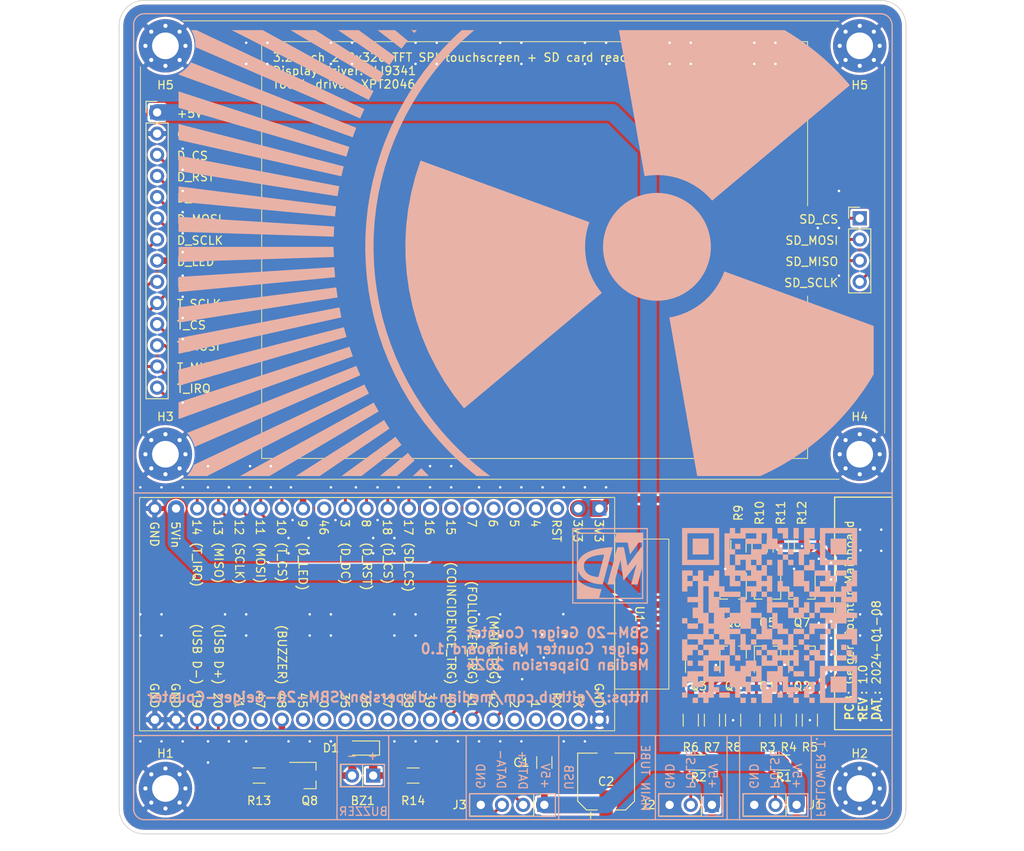
<source format=kicad_pcb>
(kicad_pcb (version 20221018) (generator pcbnew)
  (title_block (title "Geiger Counter Mainboard") (date "2024-01-08") (rev "1.0") (company "https://github.com/median-dispersion/SBM-20-Geiger-Counter"))
  (layers (0 "F.Cu" signal) (31 "B.Cu" signal) (34 "B.Paste" user) (35 "F.Paste" user) (36 "B.SilkS" user "B.Silkscreen") (37 "F.SilkS" user "F.Silkscreen") (38 "B.Mask" user) (39 "F.Mask" user) (44 "Edge.Cuts" user))
  (net 0 "")
  (net 1 "Net-(BZ1--)")
  (net 2 "Net-(BZ1-+)")
  (net 3 "+5V")
  (net 4 "GND")
  (net 5 "Net-(J1-Pin_2)")
  (net 6 "Net-(J2-Pin_2)")
  (net 7 "Net-(J3-Pin_2)")
  (net 8 "Net-(J3-Pin_3)")
  (net 9 "Net-(Q1-C)")
  (net 10 "Net-(Q2-B)")
  (net 11 "+3V3")
  (net 12 "FOLLOWER_TRG")
  (net 13 "Net-(Q3-C)")
  (net 14 "Net-(Q4-B)")
  (net 15 "MAIN_TRG")
  (net 16 "Net-(Q5-B)")
  (net 17 "Net-(Q5-E)")
  (net 18 "Net-(Q5-C)")
  (net 19 "Net-(Q6-B)")
  (net 20 "COINCIDENCE_TRG")
  (net 21 "Net-(Q8-B)")
  (net 22 "BUZZER")
  (net 30 "SD_CS")
  (net 31 "DISPLAY_CS")
  (net 32 "DISPLAY_RST")
  (net 33 "DISPLAY_DC")
  (net 35 "DISPLAY_LED")
  (net 36 "TOUCH_CS")
  (net 37 "MOSI")
  (net 38 "SCLK")
  (net 39 "MISO")
  (net 40 "TOUCH_IRQ")
  (footprint "Resistor_SMD:R_1206_3216Metric_Pad1.30x1.75mm_HandSolder" (layer "F.Cu") (at 171.934138 140.843417 180)
    (fp_text reference "R2")
    (fp_text value "10k")
  )
  (footprint "Connector_PinHeader_2.54mm:PinHeader_1x02_P2.54mm_Vertical" (layer "F.Cu") (at 132.844138 142.403417 -90)
    (fp_text reference "BZ1")
    (fp_text value "Buzzer")
  )
  (footprint "Diode_SMD:D_SOD-323_HandSoldering" (layer "F.Cu") (at 131.594138 139.103417 180)
    (fp_text reference "D1")
    (fp_text value "1N4148WS")
  )
  (footprint "Resistor_SMD:R_1206_3216Metric_Pad1.30x1.75mm_HandSolder" (layer "F.Cu") (at 182.694138 135.763417 90)
    (fp_text reference "R4")
    (fp_text value "10k")
  )
  (footprint "Resistor_SMD:R_1206_3216Metric_Pad1.30x1.75mm_HandSolder" (layer "F.Cu") (at 180.154138 135.763417 -90)
    (fp_text reference "R3")
    (fp_text value "10k")
  )
  (footprint "Capacitor_SMD:C_1206_3216Metric_Pad1.33x1.80mm_HandSolder" (layer "F.Cu") (at 153.374138 140.843417 90)
    (fp_text reference "C1")
    (fp_text value "10nF")
  )
  (footprint "Package_TO_SOT_SMD:SOT-23_Handsoldering" (layer "F.Cu") (at 176.024138 120.473417 -90)
    (fp_text reference "Q6")
    (fp_text value "MMBT3904")
  )
  (footprint "Capacitor_SMD:CP_Elec_6.3x5.4" (layer "F.Cu") (at 160.784138 143.123417 90)
    (fp_text reference "C2")
    (fp_text value "100uF")
  )
  (footprint "Resistor_SMD:R_1206_3216Metric_Pad1.30x1.75mm_HandSolder" (layer "F.Cu") (at 182.109138 140.843417 180)
    (fp_text reference "R1")
    (fp_text value "10k")
  )
  (footprint "Connector_PinHeader_2.54mm:PinHeader_1x04_P2.54mm_Vertical" (layer "F.Cu") (at 153.374138 145.923417 -90)
    (fp_text reference "J3")
    (fp_text value "USB")
  )
  (footprint "Resistor_SMD:R_1206_3216Metric_Pad1.30x1.75mm_HandSolder" (layer "F.Cu") (at 185.234138 135.763417 90)
    (fp_text reference "R5")
    (fp_text value "10k")
  )
  (footprint "Connector_PinHeader_2.54mm:PinHeader_1x03_P2.54mm_Vertical" (layer "F.Cu") (at 173.484138 145.923417 -90)
    (fp_text reference "J2")
    (fp_text value "MAIN TUBE(S)")
  )
  (footprint "Package_TO_SOT_SMD:SOT-23_Handsoldering" (layer "F.Cu") (at 176.024138 127.633417 90)
    (fp_text reference "Q4")
    (fp_text value "MMBT3906")
  )
  (footprint "Footprints:3.2in SPI TFT Touch Module" (layer "F.Cu") (at 104.364138 51.403417)
    (fp_text reference "U2")
    (fp_text value "~")
  )
  (footprint "Package_TO_SOT_SMD:SOT-23_Handsoldering" (layer "F.Cu") (at 184.284138 127.633417 90)
    (fp_text reference "Q2")
    (fp_text value "MMBT3906")
  )
  (footprint "Package_TO_SOT_SMD:SOT-23_Handsoldering" (layer "F.Cu") (at 125.224138 142.403417)
    (fp_text reference "Q8")
    (fp_text value "MMBT3904")
  )
  (footprint "Resistor_SMD:R_1206_3216Metric_Pad1.30x1.75mm_HandSolder" (layer "F.Cu") (at 181.744138 114.883417 -90)
    (fp_text reference "R11")
    (fp_text value "10k")
  )
  (footprint "Resistor_SMD:R_1206_3216Metric_Pad1.30x1.75mm_HandSolder" (layer "F.Cu") (at 119.154138 142.403417)
    (fp_text reference "R13")
    (fp_text value "1k")
  )
  (footprint "Resistor_SMD:R_1206_3216Metric_Pad1.30x1.75mm_HandSolder" (layer "F.Cu") (at 173.484138 135.763417 90)
    (fp_text reference "R7")
    (fp_text value "10k")
  )
  (footprint "Resistor_SMD:R_1206_3216Metric_Pad1.30x1.75mm_HandSolder" (layer "F.Cu") (at 184.284138 114.883417 -90)
    (fp_text reference "R12")
    (fp_text value "10k")
  )
  (footprint "Footprints:YD-ESP32-S3 (ESP32-S3-DevKitC-1 USB-C Clone)" (layer "F.Cu") (at 162.264138 108.583417 -90)
    (fp_text reference "U1")
    (fp_text value "~")
  )
  (footprint "Footprints:MountingHole_3.2mm_M3_Pad_Via" (layer "F.Cu") (at 191.214138 143.953417)
    (fp_text reference "H2")
    (fp_text value "MountingHole_Pad")
  )
  (footprint "Resistor_SMD:R_1206_3216Metric_Pad1.30x1.75mm_HandSolder" (layer "F.Cu") (at 176.664138 114.883417 -90)
    (fp_text reference "R9")
    (fp_text value "10k")
  )
  (footprint "Package_TO_SOT_SMD:SOT-23_Handsoldering" (layer "F.Cu") (at 180.154138 120.473417 -90)
    (fp_text reference "Q5")
    (fp_text value "MMBT3904")
  )
  (footprint "Footprints:MountingHole_3.2mm_M3_Pad_Via" (layer "F.Cu") (at 107.914138 143.953417)
    (fp_text reference "H1")
    (fp_text value "MountingHole_Pad")
  )
  (footprint "Resistor_SMD:R_1206_3216Metric_Pad1.30x1.75mm_HandSolder" (layer "F.Cu") (at 176.024138 135.763417 90)
    (fp_text reference "R8")
    (fp_text value "10k")
  )
  (footprint "Package_TO_SOT_SMD:SOT-23_Handsoldering" (layer "F.Cu") (at 180.154138 127.633417 90)
    (fp_text reference "Q1")
    (fp_text value "MMBT3904")
  )
  (footprint "Package_TO_SOT_SMD:SOT-23_Handsoldering" (layer "F.Cu") (at 171.894138 127.633417 90)
    (fp_text reference "Q3")
    (fp_text value "MMBT3904")
  )
  (footprint "Resistor_SMD:R_1206_3216Metric_Pad1.30x1.75mm_HandSolder" (layer "F.Cu") (at 137.634138 142.403417 180)
    (fp_text reference "R14")
    (fp_text value "0 (Current Limit / Volume Adj.)")
  )
  (footprint "Resistor_SMD:R_1206_3216Metric_Pad1.30x1.75mm_HandSolder" (layer "F.Cu") (at 179.204138 114.883417 -90)
    (fp_text reference "R10")
    (fp_text value "10k")
  )
  (footprint "Resistor_SMD:R_1206_3216Metric_Pad1.30x1.75mm_HandSolder" (layer "F.Cu") (at 170.944138 135.763417 -90)
    (fp_text reference "R6")
    (fp_text value "10k")
  )
  (footprint "Connector_PinHeader_2.54mm:PinHeader_1x03_P2.54mm_Vertical" (layer "F.Cu") (at 183.644138 145.923417 -90)
    (fp_text reference "J1")
    (fp_text value "FOLLOWER TUBE(S)")
  )
  (footprint "Package_TO_SOT_SMD:SOT-23_Handsoldering" (layer "F.Cu") (at 184.284138 120.473417 -90)
    (fp_text reference "Q7")
    (fp_text value "MMBT3904")
  )
  (gr_poly (pts (xy 165.400064 70.489702) (xy 165.968738 70.408522) (xy 166.537023 70.365529) (xy 167.103219 70.360107) (xy 167.665626 70.391638) (xy 168.222545 70.459507) (xy 168.772276 70.563098) (xy 169.31312 70.701792) (xy 169.843377 70.874975) (xy 170.361347 71.08203) (xy 170.865331 71.322339) (xy 171.353628 71.595287) (xy 171.824541 71.900256) (xy 172.276368 72.236631) (xy 172.707411 72.603795) (xy 173.11597 73.001132) (xy 173.500345 73.428024) (xy 190.032154 59.581327) (xy 189.611947 59.092117) (xy 189.181736 58.612375) (xy 188.741687 58.142242) (xy 188.291968 57.681859) (xy 187.832748 57.231368) (xy 187.364193 56.790911) (xy 186.886472 56.360628) (xy 186.399752 55.940663) (xy 185.9042 55.531156) (xy 185.399985 55.132248) (xy 184.887273 54.744082) (xy 184.366232 54.366799) (xy 183.837031 54.00054) (xy 183.299837 53.645447) (xy 182.754817 53.301662) (xy 182.202138 52.969326) (xy 162.326867 52.969326)) (fill solid) (layer "B.SilkS"))
  (gr_rect (start 144 137.6) (end 155.1 147.7) (stroke (width 0.15)) (fill none) (layer "B.SilkS"))
  (gr_poly (pts (xy 183.900003 126.699996) (xy 184.536366 126.699996) (xy 184.536366 126.063634) (xy 183.900003 126.063634)) (fill solid) (layer "B.SilkS"))
  (gr_poly (pts (xy 186.445458 126.063634) (xy 187.081822 126.063634) (xy 187.081822 125.42727) (xy 186.445458 125.42727)) (fill solid) (layer "B.SilkS"))
  (gr_poly (pts (xy 176.263641 128.609084) (xy 176.900003 128.609084) (xy 176.900003 127.972722) (xy 176.263641 127.972722)) (fill solid) (layer "B.SilkS"))
  (gr_poly (pts (xy 171.809085 118.427269) (xy 171.172725 118.427269) (xy 171.172725 119.063633) (xy 171.809085 119.063633) (xy 171.809085 119.699996) (xy 171.809087 119.699996) (xy 171.809087 120.972723) (xy 170.536359 120.972723) (xy 170.536359 121.609085) (xy 172.445453 121.609085) (xy 172.445453 120.972723) (xy 172.445453 119.699996) (xy 173.081815 119.699996) (xy 173.081815 120.336359) (xy 173.081813 120.336359) (xy 173.081813 120.972723) (xy 173.081813 122.245449) (xy 174.354541 122.245449) (xy 174.354541 120.972723) (xy 176.899995 120.972723) (xy 176.899995 121.609085) (xy 177.536359 121.609085) (xy 177.536359 120.972723) (xy 176.899997 120.972723) (xy 176.899997 120.336359) (xy 174.990905 120.336359) (xy 174.354541 120.336359) (xy 174.354541 120.972723) (xy 173.718177 120.972723) (xy 173.718177 120.336359) (xy 174.354541 120.336359) (xy 174.990905 120.336359) (xy 174.990905 119.699996) (xy 174.354541 119.699996) (xy 174.354541 119.063633) (xy 174.354541 118.427269) (xy 174.354541 117.790906) (xy 173.718177 117.790906) (xy 173.718177 118.427269) (xy 173.081813 118.427269) (xy 173.081813 119.063633) (xy 172.445453 119.063633) (xy 172.445453 118.427269) (xy 172.445451 118.427269) (xy 172.445451 117.790906) (xy 171.809085 117.790906)) (fill solid) (layer "B.SilkS"))
  (gr_poly (pts (xy 109.487203 86.221044) (xy 109.487203 88.060724) (xy 128.574392 85.037531) (xy 128.531436 84.735972) (xy 128.490851 84.434105) (xy 128.452635 84.131933) (xy 128.416791 83.829458)) (fill solid) (layer "B.SilkS"))
  (gr_poly (pts (xy 181.354542 118.427269) (xy 181.990906 118.427269) (xy 181.990906 116.518179) (xy 181.354542 116.518179)) (fill solid) (layer "B.SilkS"))
  (gr_line (start 155.1 137.6) (end 166.7 137.6) (stroke (width 0.15)) (layer "B.SilkS"))
  (gr_poly (pts (xy 186.445455 113.336363) (xy 186.445456 113.336363) (xy 186.445456 116.518179) (xy 186.445452 116.518179) (xy 186.445452 117.154543) (xy 190.899997 117.154543) (xy 190.899997 116.518179) (xy 190.263638 116.518179) (xy 187.081819 116.518179) (xy 187.081819 113.336363) (xy 190.263638 113.336363) (xy 190.263638 116.518179) (xy 190.899997 116.518179) (xy 190.900001 116.518179) (xy 190.900001 113.336363) (xy 190.899997 113.336363) (xy 190.9 112.7) (xy 186.445455 112.7)) (fill solid) (layer "B.SilkS"))
  (gr_poly (pts (xy 185.809093 122.245455) (xy 185.809093 122.881818) (xy 186.445457 122.881818) (xy 186.445457 123.518181) (xy 187.081821 123.518181) (xy 187.081821 124.154544) (xy 187.718185 124.154544) (xy 187.718185 124.790908) (xy 187.081822 124.790908) (xy 187.081821 124.154544) (xy 185.172731 124.154544) (xy 185.172731 124.790908) (xy 185.172731 125.42727) (xy 185.809094 125.42727) (xy 185.809094 124.790908) (xy 187.081822 124.790908) (xy 187.081822 125.42727) (xy 187.718185 125.42727) (xy 187.718185 124.790908) (xy 188.354548 124.790908) (xy 188.354548 124.154544) (xy 189.627276 124.154544) (xy 189.627276 123.518181) (xy 190.899997 123.518181) (xy 190.900002 122.881818) (xy 189.627275 122.881818) (xy 189.627275 122.245455) (xy 189.62727 122.245455) (xy 188.354547 122.245455) (xy 188.354547 122.881818) (xy 186.445457 122.881818) (xy 186.445457 122.245455) (xy 188.354547 122.245455) (xy 189.62727 122.245455) (xy 189.627275 121.609091) (xy 185.809093 121.609091)) (fill solid) (layer "B.SilkS"))
  (gr_poly (pts (xy 169.899995 118.427269) (xy 169.899997 118.427269) (xy 169.899997 119.063633) (xy 169.899995 119.063633) (xy 169.899995 119.699996) (xy 169.899997 119.699996) (xy 169.899997 120.336359) (xy 170.536359 120.336359) (xy 170.536359 119.699996) (xy 171.172723 119.699996) (xy 171.172723 119.063633) (xy 170.536359 119.063633) (xy 170.536359 118.427269) (xy 171.172723 118.427269) (xy 171.172723 117.790906) (xy 169.899995 117.790906)) (fill solid) (layer "B.SilkS"))
  (gr_poly (pts (xy 123.554044 106.469419) (xy 126.421567 106.469419) (xy 134.79836 100.7768) (xy 134.633194 100.520853) (xy 134.470022 100.263588) (xy 134.308874 100.005049) (xy 134.149778 99.745283)) (fill solid) (layer "B.SilkS"))
  (gr_poly (pts (xy 134.79786 57.161233) (xy 134.970488 56.910096) (xy 135.145057 56.660359) (xy 135.321583 56.412) (xy 135.500081 56.164996) (xy 131.101384 52.969326) (xy 128.629697 52.969326)) (fill solid) (layer "B.SilkS"))
  (gr_arc (start 195.1 146.4) (mid 194.719239 147.319239) (end 193.8 147.7) (stroke (width 0.15)) (layer "B.SilkS"))
  (gr_poly (pts (xy 184.536366 127.336358) (xy 185.17273 127.336358) (xy 185.17273 126.699996) (xy 184.536366 126.699996)) (fill solid) (layer "B.SilkS"))
  (gr_poly (pts (xy 156.716833 121.783167) (xy 165.8 121.783167) (xy 165.8 112.849862) (xy 165.650138 112.849862) (xy 165.650138 121.632789) (xy 156.867211 121.632789) (xy 156.867211 112.849862) (xy 165.650138 112.849862) (xy 165.8 112.849862) (xy 165.8 112.7) (xy 156.716833 112.7)) (fill solid) (layer "B.SilkS"))
  (gr_line (start 105.4 51) (end 193.7 51) (stroke (width 0.15)) (layer "B.SilkS"))
  (gr_poly (pts (xy 189.627276 127.972722) (xy 190.263638 127.972722) (xy 190.263638 128.609084) (xy 190.900002 128.609084) (xy 190.900002 127.972722) (xy 190.26364 127.972722) (xy 190.26364 127.336358) (xy 189.627276 127.336358)) (fill solid) (layer "B.SilkS"))
  (gr_poly (pts (xy 173.718187 126.699996) (xy 172.445459 126.699996) (xy 172.445459 127.336358) (xy 173.081821 127.336358) (xy 173.081821 127.972722) (xy 172.445459 127.972722) (xy 172.445459 128.609084) (xy 171.809093 128.609084) (xy 171.809093 129.245448) (xy 172.445457 129.245448) (xy 172.445457 129.88181) (xy 170.536365 129.88181) (xy 170.536365 130.518174) (xy 169.900001 130.518174) (xy 169.900001 131.154536) (xy 169.900001 131.7909) (xy 170.536363 131.7909) (xy 170.536363 131.154536) (xy 171.172729 131.154536) (xy 171.172729 131.7909) (xy 172.445457 131.7909) (xy 172.445457 131.154536) (xy 173.081819 131.154536) (xy 173.081819 131.7909) (xy 173.081817 131.7909) (xy 173.081817 132.427262) (xy 171.809087 132.427262) (xy 171.809087 133.063626) (xy 172.445453 133.063626) (xy 172.445453 133.699989) (xy 173.081815 133.699989) (xy 173.081815 133.063626) (xy 173.718181 133.063626) (xy 173.718181 132.427262) (xy 174.354543 132.427262) (xy 174.354543 133.063626) (xy 175.627271 133.063626) (xy 175.627271 132.427262) (xy 174.354545 132.427262) (xy 174.354545 131.7909) (xy 173.718185 131.7909) (xy 173.718185 131.154536) (xy 175.627275 131.154536) (xy 175.627275 131.7909) (xy 176.263639 131.7909) (xy 176.263639 133.063628) (xy 176.899997 133.063628) (xy 176.899997 133.699989) (xy 177.536361 133.699989) (xy 177.536361 133.063626) (xy 176.900001 133.063626) (xy 176.900001 131.7909) (xy 177.536365 131.7909) (xy 177.536365 132.427262) (xy 178.172729 132.427262) (xy 178.172729 131.7909) (xy 178.172731 131.7909) (xy 178.172729 131.154536) (xy 177.536361 131.154536) (xy 177.536365 130.518174) (xy 174.990913 130.518174) (xy 173.081821 130.518174) (xy 172.445457 130.518174) (xy 172.445457 131.154536) (xy 171.809091 131.154536) (xy 171.809091 130.518174) (xy 172.445457 130.518174) (xy 173.081821 130.518174) (xy 173.081821 129.88181) (xy 173.081819 129.88181) (xy 173.081819 129.245448) (xy 173.081821 129.245448) (xy 173.081821 128.609084) (xy 174.990913 128.609084) (xy 174.990913 129.245448) (xy 174.990911 129.245448) (xy 174.990911 129.88181) (xy 174.990913 129.88181) (xy 174.990913 130.518174) (xy 177.536365 130.518174) (xy 178.172729 130.518174) (xy 178.172729 131.154536) (xy 179.445456 131.154536) (xy 179.445456 131.7909) (xy 179.445457 131.7909) (xy 179.445457 132.427262) (xy 179.445454 132.427262) (xy 179.445454 133.699989) (xy 180.71818 133.699989) (xy 180.71818 132.427262) (xy 181.354544 132.427262) (xy 181.354544 133.063626) (xy 181.990908 133.063626) (xy 181.990908 132.427262) (xy 181.354548 132.427262) (xy 181.354548 131.7909) (xy 181.354546 131.7909) (xy 181.354546 131.154536) (xy 181.99091 131.154536) (xy 181.99091 131.7909) (xy 181.990912 131.7909) (xy 181.990912 132.427262) (xy 182.627271 132.427262) (xy 182.627271 133.063626) (xy 183.263634 133.063626) (xy 183.263634 133.699989) (xy 183.899998 133.699989) (xy 183.899998 133.063626) (xy 183.263635 133.063626) (xy 183.263635 132.427262) (xy 183.900002 132.427262) (xy 183.900002 131.7909) (xy 182.627273 131.7909) (xy 182.627273 131.154536) (xy 182.627275 131.154536) (xy 182.627275 130.518174) (xy 181.990913 130.518174) (xy 181.990913 129.88181) (xy 181.990912 129.88181) (xy 181.990912 129.245448) (xy 181.354549 129.245448) (xy 181.354549 128.609084) (xy 181.990913 128.609084) (xy 181.990913 129.245448) (xy 182.627274 129.245448) (xy 182.627274 129.88181) (xy 183.263638 129.88181) (xy 183.263638 129.245448) (xy 182.627275 129.245448) (xy 182.627275 128.609084) (xy 183.263639 128.609084) (xy 183.263639 129.245448) (xy 183.900003 129.245448) (xy 183.900003 128.609084) (xy 183.899998 128.609084) (xy 183.900003 127.972722) (xy 183.900004 127.972722) (xy 183.900004 127.336358) (xy 183.26364 127.336358) (xy 183.26364 127.972722) (xy 181.35455 127.972722) (xy 181.35455 127.336358) (xy 183.263639 127.336358) (xy 183.263639 126.699998) (xy 183.26364 126.699998) (xy 183.26364 125.42727) (xy 184.536366 125.42727) (xy 184.536366 124.790908) (xy 183.263639 124.790908) (xy 183.263639 125.42727) (xy 182.627277 125.42727) (xy 182.627277 126.699996) (xy 181.990913 126.699996) (xy 181.990913 126.063634) (xy 180.718187 126.063634) (xy 180.718186 125.42727) (xy 180.718185 125.42727) (xy 180.718185 124.790908) (xy 180.081822 124.790908) (xy 180.081822 123.518181) (xy 179.445458 123.518181) (xy 179.445458 124.790908) (xy 179.445458 125.42727) (xy 178.809095 125.42727) (xy 178.809095 126.063634) (xy 180.718185 126.063634) (xy 180.718185 126.699996) (xy 181.354549 126.699996) (xy 181.354549 127.336358) (xy 180.081823 127.336358) (xy 180.081823 127.972722) (xy 180.718185 127.972722) (xy 180.718185 128.609084) (xy 180.081822 128.609084) (xy 180.081822 127.972722) (xy 179.445459 127.972722) (xy 179.445459 127.336358) (xy 180.081822 127.336358) (xy 180.081822 126.699996) (xy 179.445458 126.699996) (xy 179.445458 127.336358) (xy 178.809095 127.336358) (xy 178.809095 127.972722) (xy 179.445458 127.972722) (xy 179.445458 128.609084) (xy 179.445458 129.245448) (xy 181.354548 129.245448) (xy 181.354548 129.88181) (xy 180.081822 129.88181) (xy 180.081822 130.518174) (xy 180.081822 131.154536) (xy 180.718183 131.154536) (xy 180.718183 131.7909) (xy 180.08182 131.7909) (xy 180.08182 131.154536) (xy 179.445456 131.154536) (xy 179.445457 130.518174) (xy 178.809095 130.518174) (xy 178.172731 130.518174) (xy 178.172731 129.88181) (xy 178.809095 129.88181) (xy 178.809095 130.518174) (xy 179.445457 130.518174) (xy 179.445458 130.518174) (xy 179.445458 129.88181) (xy 179.445457 129.245448) (xy 178.809093 129.245448) (xy 178.809093 128.609084) (xy 177.536365 128.609084) (xy 177.536365 129.245448) (xy 176.900003 129.245448) (xy 176.900003 129.88181) (xy 176.263639 129.88181) (xy 176.263639 129.245448) (xy 175.627275 129.245448) (xy 175.627275 128.609084) (xy 175.627271 128.609084) (xy 175.627275 127.972722) (xy 174.354549 127.972722) (xy 174.354549 127.336358) (xy 174.990913 127.336358) (xy 174.990913 126.699996) (xy 174.354549 126.699996) (xy 174.354549 126.063634) (xy 173.718187 126.063634)) (fill solid) (layer "B.SilkS"))
  (gr_poly (pts (xy 109.487203 62.293304) (xy 129.628118 68.144552) (xy 129.714731 67.852444) (xy 129.803628 67.561042) (xy 129.894809 67.270346) (xy 129.988271 66.980356) (xy 109.487203 60.319264)) (fill solid) (layer "B.SilkS"))
  (gr_poly (pts (xy 169.900001 113.336363) (xy 169.900001 116.518179) (xy 169.899997 116.518179) (xy 169.899997 117.154543) (xy 174.354543 117.154543) (xy 174.354543 116.518179) (xy 174.354547 116.518179) (xy 174.354547 113.336363) (xy 174.354543 113.336363) (xy 173.718185 113.336363) (xy 173.718185 116.518179) (xy 170.536363 116.518179) (xy 170.536363 113.336363) (xy 173.718185 113.336363) (xy 174.354543 113.336363) (xy 174.354547 112.7) (xy 169.900001 112.7)) (fill solid) (layer "B.SilkS"))
  (gr_poly (pts (xy 181.354542 119.699996) (xy 181.354541 119.699996) (xy 181.354541 120.336359) (xy 182.627268 120.336359) (xy 182.627268 119.699996) (xy 181.990906 119.699996) (xy 181.990906 119.063633) (xy 181.354542 119.063633)) (fill solid) (layer "B.SilkS"))
  (gr_poly (pts (xy 110.508329 101.290922) (xy 110.590369 101.380442) (xy 110.669326 101.472399) (xy 110.745153 101.566709) (xy 110.817806 101.663292) (xy 110.887239 101.762063) (xy 110.953407 101.86294) (xy 111.016265 101.965841) (xy 111.075768 102.070683) (xy 111.13187 102.177383) (xy 111.184527 102.285859) (xy 111.233693 102.396027) (xy 111.279323 102.507806) (xy 111.321372 102.621113) (xy 111.359795 102.735865) (xy 111.394546 102.851979) (xy 111.42558 102.969374) (xy 131.302854 94.367678) (xy 131.177749 94.089956) (xy 131.054847 93.811303) (xy 130.934139 93.531695) (xy 130.81561 93.251104)) (fill solid) (layer "B.SilkS"))
  (gr_poly (pts (xy 187.718185 127.972722) (xy 188.354547 127.972722) (xy 188.354547 128.609084) (xy 189.627275 128.609084) (xy 189.627275 127.972722) (xy 188.354548 127.972722) (xy 188.354548 127.336358) (xy 187.718185 127.336358)) (fill solid) (layer "B.SilkS"))
  (gr_rect (start 128.9 141.05) (end 134.2 143.75) (stroke (width 0.15)) (fill none) (layer "B.SilkS"))
  (gr_poly (pts (xy 110.909042 56.942414) (xy 110.835958 57.048464) (xy 110.759414 57.151761) (xy 110.679493 57.25223) (xy 110.596277 57.349793) (xy 110.50985 57.444373) (xy 110.420294 57.535895) (xy 110.327692 57.624282) (xy 110.232128 57.709456) (xy 110.133685 57.791343) (xy 110.032445 57.869864) (xy 109.928492 57.944944) (xy 109.821908 58.016505) (xy 109.712776 58.084472) (xy 109.60118 58.148768) (xy 109.487203 58.209316) (xy 109.487203 58.303883) (xy 130.384137 65.827399) (xy 130.488384 65.541179) (xy 130.594887 65.25575) (xy 130.703626 64.971164) (xy 130.81458 64.687473) (xy 110.978582 56.833689) (xy 110.978582 56.833688)) (fill solid) (layer "B.SilkS"))
  (gr_poly (pts (xy 187.718185 132.427262) (xy 189.627276 132.427262) (xy 189.627275 130.518174) (xy 187.718185 130.518174)) (fill solid) (layer "B.SilkS"))
  (gr_poly (pts (xy 180.081822 122.245455) (xy 180.081822 122.881818) (xy 180.718184 122.881818) (xy 180.718184 124.154544) (xy 180.718185 124.154544) (xy 180.718185 124.790908) (xy 181.354549 124.790908) (xy 181.354549 125.42727) (xy 182.627275 125.42727) (xy 182.627275 124.790908) (xy 181.990913 124.790908) (xy 181.990913 124.154544) (xy 181.354548 124.154544) (xy 181.354548 122.881818) (xy 180.718185 122.881818) (xy 180.718185 122.245455) (xy 182.627275 122.245455) (xy 182.627275 121.609091) (xy 180.081822 121.609091)) (fill solid) (layer "B.SilkS"))
  (gr_poly (pts (xy 183.263637 113.972726) (xy 183.900001 113.972726) (xy 183.900001 112.7) (xy 183.263637 112.7)) (fill solid) (layer "B.SilkS"))
  (gr_line (start 155.1 147.7) (end 166.7 147.7) (stroke (width 0.15)) (layer "B.SilkS"))
  (gr_poly (pts (xy 111.01904 52.969601) (xy 111.080712 53.078507) (xy 111.138605 53.18919) (xy 111.192693 53.301552) (xy 111.242948 53.415491) (xy 111.289344 53.530908) (xy 111.331852 53.647703) (xy 111.370447 53.765776) (xy 111.405101 53.885028) (xy 111.435787 54.005358) (xy 111.462477 54.126666) (xy 111.485146 54.248852) (xy 111.503765 54.371818) (xy 111.518308 54.495461) (xy 111.528747 54.619684) (xy 111.535055 54.744385) (xy 111.537206 54.869465) (xy 111.536442 54.905786) (xy 111.535326 54.942095) (xy 111.533857 54.978393) (xy 111.532033 55.014679) (xy 131.27971 63.560312) (xy 131.401732 63.281126) (xy 131.525958 63.002873) (xy 131.652364 62.725603) (xy 131.780927 62.449366) (xy 111.634359 52.969326)) (fill solid) (layer "B.SilkS"))
  (gr_line (start 134.7 147.7) (end 144 147.7) (stroke (width 0.15)) (layer "B.SilkS"))
  (gr_poly (pts (xy 129.036908 106.469419) (xy 131.434179 106.469419) (xy 136.24154 102.740309) (xy 136.05796 102.497415) (xy 135.876267 102.253061) (xy 135.696497 102.007289) (xy 135.518682 101.760145)) (fill solid) (layer "B.SilkS"))
  (gr_poly (pts (xy 109.487203 66.139064) (xy 129.024526 70.506162) (xy 129.091957 70.20897) (xy 129.16171 69.91236) (xy 129.233792 69.616307) (xy 129.30821 69.320781) (xy 109.487203 64.231686)) (fill solid) (layer "B.SilkS"))
  (gr_poly (pts (xy 185.172729 131.7909) (xy 184.536364 131.7909) (xy 184.536364 132.427262) (xy 184.536362 132.427262) (xy 184.536362 133.063626) (xy 185.172725 133.063626) (xy 185.172725 133.699989) (xy 185.809088 133.699989) (xy 185.809088 133.063626) (xy 185.172726 133.063626) (xy 185.172726 132.427262) (xy 185.809092 132.427262) (xy 185.809092 131.7909) (xy 185.809092 131.154536) (xy 185.172729 131.154536)) (fill solid) (layer "B.SilkS"))
  (gr_poly (pts (xy 133.64541 106.469419) (xy 135.694379 106.469419) (xy 137.801145 104.61207) (xy 137.599741 104.38356) (xy 137.400168 104.153509) (xy 137.202409 103.921899) (xy 137.006444 103.688711)) (fill solid) (layer "B.SilkS"))
  (gr_poly (pts (xy 176.900003 126.699998) (xy 176.900003 127.336358) (xy 178.172731 127.336358) (xy 178.172731 126.699996) (xy 177.536369 126.699996) (xy 177.536369 125.42727) (xy 176.900003 125.42727)) (fill solid) (layer "B.SilkS"))
  (gr_poly (pts (xy 186.445457 127.336358) (xy 185.172731 127.336358) (xy 185.172731 127.972722) (xy 185.809093 127.972722) (xy 185.809093 128.609084) (xy 185.172731 128.609084) (xy 185.172731 130.518176) (xy 185.809094 130.518176) (xy 185.809094 128.609084) (xy 187.08182 128.609084) (xy 187.081821 127.972722) (xy 186.445458 127.972722) (xy 186.445458 127.336358) (xy 187.081821 127.336358) (xy 187.081821 126.699996) (xy 186.445457 126.699996)) (fill solid) (layer "B.SilkS"))
  (gr_poly (pts (xy 137.899239 70.528311) (xy 137.40441 72.463178) (xy 137.04067 74.41374) (xy 136.806922 76.373743) (xy 136.702068 78.33693) (xy 136.725013 80.297046) (xy 136.874658 82.247835) (xy 137.149906 84.183043) (xy 137.54966 86.096414) (xy 138.072824 87.981693) (xy 138.718299 89.832623) (xy 139.48499 91.64295) (xy 140.371798 93.406418) (xy 141.377626 95.116773) (xy 142.501378 96.767757) (xy 143.741956 98.353117) (xy 160.274278 84.505903) (xy 159.920009 84.052917) (xy 159.599114 83.581195) (xy 159.311904 83.092524) (xy 159.058693 82.588691) (xy 158.839794 82.071481) (xy 158.65552 81.542683) (xy 158.506184 81.00408) (xy 158.392098 80.457462) (xy 158.313576 79.904613) (xy 158.270931 79.347321) (xy 158.264476 78.787372) (xy 158.294523 78.226552) (xy 158.361385 77.666648) (xy 158.465377 77.109446) (xy 158.606809 76.556733) (xy 158.785997 76.010296) (xy 138.526254 68.615398) (xy 138.526254 68.615394)) (fill solid) (layer "B.SilkS"))
  (gr_poly (pts (xy 184.536367 126.063634) (xy 185.172731 126.063634) (xy 185.172731 125.42727) (xy 184.536367 125.42727)) (fill solid) (layer "B.SilkS"))
  (gr_poly (pts (xy 157.275455 121.224545) (xy 165.241894 121.224545) (xy 165.241894 121.074683) (xy 165.091516 121.074683) (xy 159.952295 121.074683) (xy 160.231348 120.032886) (xy 159.932411 120.014794) (xy 159.605075 119.973578) (xy 159.410454 119.939502) (xy 159.200347 119.894381) (xy 158.978614 119.836663) (xy 158.749117 119.7648) (xy 158.515717 119.67724) (xy 158.282276 119.572435) (xy 158.052653 119.448833) (xy 157.940481 119.379499) (xy 157.830712 119.304885) (xy 157.723828 119.224796) (xy 157.620313 119.13904) (xy 157.520648 119.047422) (xy 157.425317 118.949748) (xy 157.425317 117.780827) (xy 157.473205 117.934213) (xy 157.532324 118.07805) (xy 157.601838 118.212642) (xy 157.680911 118.338298) (xy 157.768707 118.455324) (xy 157.864389 118.564028) (xy 157.967121 118.664716) (xy 158.076066 118.757696) (xy 158.190389 118.843274) (xy 158.309254 118.921757) (xy 158.431823 118.993453) (xy 158.557262 119.058668) (xy 158.684733 119.117709) (xy 158.8134 119.170884) (xy 159.07098 119.26086) (xy 159.32331 119.331054) (xy 159.5637 119.383921) (xy 159.785462 119.421916) (xy 159.981905 119.447496) (xy 160.272076 119.471234) (xy 160.380692 119.47478) (xy 161.338236 115.901355) (xy 160.556909 115.901355) (xy 159.865478 118.581295) (xy 159.790293 118.578677) (xy 159.704001 118.572461) (xy 159.592078 118.560356) (xy 159.459649 118.540399) (xy 159.311842 118.510628) (xy 159.153782 118.46908) (xy 158.990596 118.413792) (xy 158.908683 118.380382) (xy 158.82741 118.342802) (xy 158.747419 118.300804) (xy 158.66935 118.254146) (xy 158.593845 118.20258) (xy 158.521543 118.145862) (xy 158.453086 118.083746) (xy 158.389114 118.015987) (xy 158.330269 117.94234) (xy 158.277191 117.862559) (xy 158.230521 117.776399) (xy 158.190899 117.683615) (xy 158.158967 117.58396) (xy 158.135364 117.477191) (xy 158.120733 117.363061) (xy 158.115714 117.241325) (xy 158.122717 117.11959) (xy 158.14313 117.00546) (xy 158.176058 116.89869) (xy 158.220609 116.799036) (xy 158.275887 116.706252) (xy 158.341 116.620092) (xy 158.415052 116.540311) (xy 158.497151 116.466663) (xy 158.586401 116.398905) (xy 158.681909 116.336789) (xy 158.782781 116.280071) (xy 158.888123 116.228505) (xy 158.997041 116.181846) (xy 159.108641 116.139849) (xy 159.336312 116.068859) (xy 159.563982 116.013571) (xy 159.7845 115.972023) (xy 159.990714 115.942252) (xy 160.175472 115.922295) (xy 160.452014 115.903973) (xy 160.556909 115.901355) (xy 161.338236 115.901355) (xy 161.577519 115.008386) (xy 161.005262 115.036594) (xy 160.72409 115.063192) (xy 160.40722 115.102758) (xy 160.064428 115.15787) (xy 159.705484 115.2311) (xy 159.340164 115.325026) (xy 158.97824 115.442223) (xy 158.629485 115.585265) (xy 158.463101 115.667283) (xy 158.303673 115.756729) (xy 158.152425 115.853924) (xy 158.010577 115.959189) (xy 157.879352 116.072848) (xy 157.75997 116.195222) (xy 157.653654 116.326632) (xy 157.561625 116.467402) (xy 157.485106 116.617852) (xy 157.425317 116.778304) (xy 157.425317 113.408484) (xy 162.006433 113.408484) (xy 161.72738 114.449764) (xy 163.377926 114.449764) (xy 163.655945 115.879134) (xy 164.699808 114.449764) (xy 165.091516 114.449764) (xy 165.091516 115.008386) (xy 164.983512 115.008386) (xy 163.352087 117.241325) (xy 162.917489 115.008386) (xy 162.136141 115.008386) (xy 161.537728 117.241325) (xy 160.939315 119.47478) (xy 161.720662 119.47478) (xy 162.509762 116.529741) (xy 162.875114 119.021061) (xy 164.437292 117.045988) (xy 163.786686 119.47478) (xy 164.568033 119.47478) (xy 165.091516 117.520894) (xy 165.091516 121.074683) (xy 165.241894 121.074683) (xy 165.241894 113.258106) (xy 157.275455 113.258106)) (fill solid) (layer "B.SilkS"))
  (gr_poly (pts (xy 183.263639 130.518174) (xy 184.536366 130.518174) (xy 184.536366 129.88181) (xy 183.263639 129.88181)) (fill solid) (layer "B.SilkS"))
  (gr_poly (pts (xy 137.783815 53.310735) (xy 137.939035 53.139566) (xy 138.095273 52.969326) (xy 137.396089 52.969326)) (fill solid) (layer "B.SilkS"))
  (gr_poly (pts (xy 166.608426 72.503852) (xy 166.325366 72.522283) (xy 166.044193 72.553) (xy 165.765285 72.595866) (xy 165.489022 72.650744) (xy 165.215783 72.717496) (xy 164.945946 72.795985) (xy 164.67989 72.886072) (xy 164.417994 72.987622) (xy 164.160638 73.100495) (xy 163.9082 73.224554) (xy 163.661059 73.359663) (xy 163.419594 73.505682) (xy 163.184184 73.662476) (xy 162.955208 73.829905) (xy 162.733045 74.007833) (xy 162.48326 74.228047) (xy 162.247459 74.458153) (xy 162.025694 74.697576) (xy 161.818015 74.945745) (xy 161.624473 75.202088) (xy 161.445118 75.466031) (xy 161.280001 75.737003) (xy 161.129172 76.01443) (xy 160.992682 76.297741) (xy 160.870582 76.586363) (xy 160.762923 76.879724) (xy 160.669754 77.17725) (xy 160.591127 77.478369) (xy 160.527091 77.78251) (xy 160.477699 78.089099) (xy 160.443 78.397564) (xy 160.423045 78.707332) (xy 160.417885 79.017831) (xy 160.427569 79.328489) (xy 160.45215 79.638732) (xy 160.491677 79.947989) (xy 160.546201 80.255688) (xy 160.615772 80.561254) (xy 160.700442 80.864117) (xy 160.800261 81.163703) (xy 160.915279 81.45944) (xy 161.045547 81.750755) (xy 161.191116 82.037077) (xy 161.352037 82.317832) (xy 161.528359 82.592448) (xy 161.720133 82.860353) (xy 161.927411 83.120973) (xy 162.14763 83.370789) (xy 162.377742 83.606617) (xy 162.617174 83.828409) (xy 162.865354 84.036112) (xy 163.121709 84.229677) (xy 163.385666 84.409053) (xy 163.656652 84.574189) (xy 163.934096 84.725035) (xy 164.217424 84.86154) (xy 164.506064 84.983653) (xy 164.799443 85.091324) (xy 165.096989 85.184502) (xy 165.398129 85.263137) (xy 165.70229 85.327177) (xy 166.0089 85.376573) (xy 166.317386 85.411273) (xy 166.627176 85.431228) (xy 166.937697 85.436386) (xy 167.248375 85.426696) (xy 167.55864 85.402109) (xy 167.867917 85.362574) (xy 168.175635 85.308039) (xy 168.481221 85.238455) (xy 168.784102 85.153771) (xy 169.083706 85.053935) (xy 169.379459 84.938899) (xy 169.67079 84.80861) (xy 169.957126 84.663018) (xy 170.237893 84.502073) (xy 170.51252 84.325723) (xy 170.780434 84.13392) (xy 171.041063 83.926611) (xy 171.290878 83.706391) (xy 171.526707 83.476279) (xy 171.748498 83.236846) (xy 171.956202 82.988666) (xy 172.149766 82.732311) (xy 172.329142 82.468354) (xy 172.494278 82.197367) (xy 172.645124 81.919923) (xy 172.781629 81.636594) (xy 172.903742 81.347954) (xy 173.011413 81.054574) (xy 173.104591 80.757028) (xy 173.183225 80.455888) (xy 173.247265 80.151727) (xy 173.296661 79.845117) (xy 173.331361 79.53663) (xy 173.351316 79.226841) (xy 173.356474 78.91632) (xy 173.346784 78.605641) (xy 173.322197 78.295376) (xy 173.282662 77.986099) (xy 173.228127 77.678381) (xy 173.158543 77.372795) (xy 173.073858 77.069914) (xy 172.974023 76.77031) (xy 172.858986 76.474556) (xy 172.728697 76.183225) (xy 172.583105 75.89689) (xy 172.42216 75.616122) (xy 172.245811 75.341494) (xy 172.054007 75.07358) (xy 171.846698 74.812952) (xy 171.609715 74.545402) (xy 171.359721 74.292677) (xy 171.097429 74.055111) (xy 170.823551 73.833037) (xy 170.538802 73.626788) (xy 170.243894 73.436698) (xy 169.93954 73.263099) (xy 169.626455 73.106326) (xy 169.30535 72.966712) (xy 168.976939 72.844589) (xy 168.641936 72.740292) (xy 168.301054 72.654153) (xy 167.955005 72.586505) (xy 167.604504 72.537683) (xy 167.250263 72.50802) (xy 166.892995 72.497848) (xy 166.892993 72.497846)) (fill solid) (layer "B.SilkS"))
  (gr_poly (pts (xy 132.318383 61.355862) (xy 132.457963 61.084953) (xy 132.599658 60.815166) (xy 132.743466 60.5465) (xy 132.889386 60.278956) (xy 119.593045 52.969326) (xy 115.858907 52.969326)) (fill solid) (layer "B.SilkS"))
  (gr_line (start 185.4 147.7) (end 193.8 147.7) (stroke (width 0.15)) (layer "B.SilkS"))
  (gr_line (start 128.5 147.7) (end 105.4 147.7) (stroke (width 0.15)) (layer "B.SilkS"))
  (gr_poly (pts (xy 178.172731 125.42727) (xy 178.809095 125.42727) (xy 178.809093 124.790908) (xy 178.172731 124.790908)) (fill solid) (layer "B.SilkS"))
  (gr_line (start 195.1 52.4) (end 195.1 146.4) (stroke (width 0.15)) (layer "B.SilkS"))
  (gr_poly (pts (xy 188.354541 118.427269) (xy 189.627269 118.427269) (xy 189.627269 117.790906) (xy 188.354541 117.790906)) (fill solid) (layer "B.SilkS"))
  (gr_rect (start 176.8 137.6) (end 185.4 147.7) (stroke (width 0.15)) (fill none) (layer "B.SilkS"))
  (gr_poly (pts (xy 137.602273 106.469419) (xy 139.387178 106.469419) (xy 139.470212 106.386057) (xy 139.252365 106.173152) (xy 139.036189 105.958538) (xy 138.821705 105.742233) (xy 138.60893 105.524256)) (fill solid) (layer "B.SilkS"))
  (gr_rect (start 166.7 137.6) (end 175.3 147.7) (stroke (width 0.15)) (fill none) (layer "B.SilkS"))
  (gr_poly (pts (xy 187.718184 115.881816) (xy 189.627275 115.881816) (xy 189.627274 113.972726) (xy 187.718184 113.972726)) (fill solid) (layer "B.SilkS"))
  (gr_poly (pts (xy 176.263639 112.7) (xy 175.627275 112.7) (xy 175.627275 113.336363) (xy 174.990913 113.336363) (xy 174.990913 113.972726) (xy 174.990913 115.245453) (xy 174.990907 115.245453) (xy 174.990907 115.881816) (xy 174.990907 117.154543) (xy 174.990903 117.154543) (xy 174.990903 117.790906) (xy 174.990903 118.427269) (xy 175.627269 118.427269) (xy 175.627269 119.063633) (xy 175.627269 119.699996) (xy 176.899997 119.699996) (xy 176.899997 119.063633) (xy 178.809087 119.063633) (xy 178.809087 119.699996) (xy 177.536359 119.699996) (xy 177.536359 120.336359) (xy 178.172725 120.336359) (xy 178.172725 120.972723) (xy 178.809089 120.972723) (xy 178.809087 120.336359) (xy 179.44545 120.336359) (xy 179.44545 119.699996) (xy 180.081814 119.699996) (xy 180.081814 120.336359) (xy 179.445451 120.336359) (xy 179.445451 120.972723) (xy 180.081814 120.972723) (xy 180.081814 121.609085) (xy 180.718177 121.609085) (xy 180.718177 120.972723) (xy 180.081815 120.972723) (xy 180.081815 120.336359) (xy 180.718177 120.336359) (xy 180.718177 119.699996) (xy 180.718178 119.699996) (xy 180.718178 119.063633) (xy 180.718177 119.063633) (xy 180.718177 118.427269) (xy 180.081814 118.427269) (xy 180.081814 119.063633) (xy 179.445451 119.063633) (xy 179.44545 118.427269) (xy 180.081813 118.427269) (xy 180.081814 117.790906) (xy 179.44545 117.790906) (xy 178.809087 117.790906) (xy 178.172723 117.790906) (xy 178.172723 118.427269) (xy 177.536359 118.427269) (xy 176.899997 118.427269) (xy 176.899997 119.063633) (xy 176.263631 119.063633) (xy 176.263631 118.427269) (xy 176.899997 118.427269) (xy 177.536359 118.427269) (xy 177.536359 117.790906) (xy 178.172723 117.790906) (xy 178.809087 117.790906) (xy 178.809087 117.154543) (xy 178.172725 117.154543) (xy 177.536361 117.154543) (xy 177.536359 117.154543) (xy 177.536359 117.790906) (xy 176.263631 117.790906) (xy 176.263631 117.154543) (xy 175.627271 117.154543) (xy 175.627271 115.881816) (xy 176.263633 115.881816) (xy 176.263633 116.518179) (xy 176.263633 117.154543) (xy 176.899997 117.154543) (xy 176.899997 116.518179) (xy 177.536361 116.518179) (xy 177.536361 117.154543) (xy 178.172725 117.154543) (xy 178.172725 116.518179) (xy 178.809089 116.518179) (xy 178.809089 117.154543) (xy 179.44545 117.154543) (xy 179.44545 117.790906) (xy 180.081814 117.790906) (xy 180.081814 117.154543) (xy 179.445451 117.154543) (xy 179.445451 116.518179) (xy 179.445453 116.518179) (xy 179.445453 115.881816) (xy 180.081818 115.881816) (xy 180.081819 115.245453) (xy 179.445456 115.245453) (xy 178.172727 115.245453) (xy 178.172727 115.881816) (xy 176.263635 115.881816) (xy 176.263635 115.245453) (xy 175.627275 115.245453) (xy 175.627275 113.972726) (xy 177.536365 113.972726) (xy 177.536365 114.60909) (xy 179.445456 114.60909) (xy 179.445456 115.245453) (xy 180.081819 115.245453) (xy 181.354545 115.245453) (xy 181.354545 115.881816) (xy 181.990908 115.881816) (xy 181.990908 116.518179) (xy 182.627269 116.518179) (xy 182.627269 117.154543) (xy 183.263633 117.154543) (xy 183.263633 116.518179) (xy 182.627271 116.518179) (xy 182.627271 115.881816) (xy 181.990909 115.881816) (xy 181.990909 115.245453) (xy 181.99091 115.245453) (xy 181.99091 114.60909) (xy 181.354548 114.60909) (xy 180.081821 114.60909) (xy 179.445457 114.60909) (xy 179.445457 113.972726) (xy 178.809093 113.972726) (xy 177.536369 113.972726) (xy 177.536365 113.336363) (xy 178.809093 113.336363) (xy 178.809093 113.972726) (xy 179.445457 113.972726) (xy 179.445457 113.336363) (xy 180.081821 113.336363) (xy 180.081821 113.972726) (xy 180.081821 114.60909) (xy 181.354548 114.60909) (xy 181.354548 113.972726) (xy 180.718184 113.972726) (xy 180.718184 113.336363) (xy 180.718179 113.336363) (xy 180.718183 112.7) (xy 176.900001 112.7) (xy 176.900001 113.336363) (xy 176.263639 113.336363)) (fill solid) (layer "B.SilkS"))
  (gr_poly (pts (xy 181.354546 113.336363) (xy 181.990912 113.336363) (xy 181.990912 113.972726) (xy 182.627274 113.972726) (xy 182.627274 113.336363) (xy 182.627273 113.336363) (xy 182.627273 112.7) (xy 181.354546 112.7)) (fill solid) (layer "B.SilkS"))
  (gr_line (start 175.3 137.6) (end 176.8 137.6) (stroke (width 0.15)) (layer "B.SilkS"))
  (gr_rect (start 128.5 137.6) (end 134.7 147.7) (stroke (width 0.15)) (fill none) (layer "B.SilkS"))
  (gr_poly (pts (xy 176.263639 115.245453) (xy 176.900001 115.245453) (xy 176.900001 114.60909) (xy 176.263639 114.60909)) (fill solid) (layer "B.SilkS"))
  (gr_poly (pts (xy 171.172729 115.881816) (xy 173.081819 115.881816) (xy 173.081819 113.972726) (xy 171.172729 113.972726)) (fill solid) (layer "B.SilkS"))
  (gr_arc (start 105.4 147.7) (mid 104.480761 147.319239) (end 104.1 146.4) (stroke (width 0.15)) (layer "B.SilkS"))
  (gr_poly (pts (xy 109.487203 93.706888) (xy 109.487203 95.645788) (xy 129.645612 89.789114) (xy 129.563357 89.495817) (xy 129.4834 89.201847) (xy 129.405754 88.907259) (xy 129.330434 88.612108)) (fill solid) (layer "B.SilkS"))
  (gr_poly (pts (xy 186.445457 129.88181) (xy 186.445458 129.88181) (xy 186.445458 133.063626) (xy 186.445452 133.063626) (xy 186.445452 133.699989) (xy 190.899997 133.699989) (xy 190.899997 133.063628) (xy 190.900002 133.063628) (xy 190.900002 129.88181) (xy 190.899997 129.88181) (xy 190.263639 129.88181) (xy 190.263639 133.063626) (xy 187.081822 133.063626) (xy 187.081821 129.88181) (xy 190.263639 129.88181) (xy 190.899997 129.88181) (xy 190.900001 129.245448) (xy 186.445457 129.245448)) (fill solid) (layer "B.SilkS"))
  (gr_poly (pts (xy 171.172725 133.699989) (xy 171.809087 133.699989) (xy 171.809087 133.063626) (xy 171.172725 133.063626)) (fill solid) (layer "B.SilkS"))
  (gr_poly (pts (xy 109.487203 97.619829) (xy 109.487203 99.634695) (xy 130.404798 92.103937) (xy 130.300906 91.817672) (xy 130.199259 91.530592) (xy 130.099868 91.242721) (xy 130.002744 90.954088)) (fill solid) (layer "B.SilkS"))
  (gr_poly (pts (xy 184.536366 122.245455) (xy 183.900003 122.245455) (xy 183.900003 122.881818) (xy 183.263639 122.881818) (xy 183.263639 122.245455) (xy 182.627275 122.245455) (xy 182.627275 122.881818) (xy 182.627274 122.881818) (xy 182.627274 123.518181) (xy 184.536365 123.518181) (xy 184.536365 122.881818) (xy 185.17273 122.881818) (xy 185.17273 122.245455) (xy 185.17273 121.609091) (xy 184.536366 121.609091)) (fill solid) (layer "B.SilkS"))
  (gr_poly (pts (xy 109.487203 80.773311) (xy 128.132581 80.187343) (xy 128.117623 79.882963) (xy 128.105057 79.578515) (xy 128.094881 79.273967) (xy 128.087095 78.969288) (xy 109.487203 78.969288)) (fill solid) (layer "B.SilkS"))
  (gr_arc (start 104.1 52.3) (mid 104.480761 51.380761) (end 105.4 51) (stroke (width 0.15)) (layer "B.SilkS"))
  (gr_poly (pts (xy 136.23187 55.190314) (xy 136.419216 54.950132) (xy 136.608447 54.711421) (xy 136.799547 54.474203) (xy 136.992498 54.238499) (xy 135.458223 52.969326) (xy 133.368428 52.969326)) (fill solid) (layer "B.SilkS"))
  (gr_poly (pts (xy 169.900003 126.699996) (xy 169.900003 127.336358) (xy 169.900003 127.972722) (xy 169.900003 128.609084) (xy 170.536365 128.609084) (xy 170.536365 127.972722) (xy 171.172731 127.972722) (xy 171.172731 127.336358) (xy 171.809093 127.336358) (xy 171.809093 126.699996) (xy 170.536365 126.699996) (xy 170.536365 126.063634) (xy 169.900003 126.063634)) (fill solid) (layer "B.SilkS"))
  (gr_line (start 134.7 137.6) (end 144 137.6) (stroke (width 0.15)) (layer "B.SilkS"))
  (gr_line (start 195.1 108.5) (end 104.1 108.5) (stroke (width 0.15)) (layer "B.SilkS"))
  (gr_poly (pts (xy 182.627269 120.972723) (xy 183.263632 120.972723) (xy 183.263632 122.245449) (xy 183.899996 122.245449) (xy 183.899996 120.972723) (xy 183.263633 120.972723) (xy 183.263633 120.336359) (xy 182.627269 120.336359)) (fill solid) (layer "B.SilkS"))
  (gr_poly (pts (xy 111.321195 105.116529) (xy 111.286549 105.210763) (xy 111.249441 105.303919) (xy 111.2099 105.395952) (xy 111.167952 105.486815) (xy 111.123626 105.576464) (xy 111.076951 105.664853) (xy 111.027954 105.751936) (xy 110.976664 105.837668) (xy 110.923108 105.922003) (xy 110.867314 106.004896) (xy 110.809312 106.086302) (xy 110.749128 106.166174) (xy 110.686791 106.244467) (xy 110.622329 106.321136) (xy 110.55577 106.396135) (xy 110.487142 106.469419) (xy 112.915418 106.469419) (xy 132.336454 96.573915) (xy 132.196689 96.303186) (xy 132.059064 96.031383) (xy 131.923577 95.758508) (xy 131.790231 95.48456)) (fill solid) (layer "B.SilkS"))
  (gr_poly (pts (xy 142.257221 54.103595) (xy 141.115637 55.288751) (xy 140.034239 56.522404) (xy 139.014278 57.802165) (xy 138.057009 59.125644) (xy 137.163686 60.49045) (xy 136.335562 61.894194) (xy 135.573891 63.334486) (xy 134.879927 64.808936) (xy 134.254924 66.315153) (xy 133.700135 67.850749) (xy 133.216815 69.413334) (xy 132.806216 71.000516) (xy 132.469593 72.609907) (xy 132.2082 74.239117) (xy 132.02329 75.885755) (xy 131.913323 77.618319) (xy 131.889296 79.346661) (xy 131.950279 81.067819) (xy 132.095339 82.778828) (xy 132.323548 84.476726) (xy 132.633973 86.158549) (xy 133.025684 87.821335) (xy 133.49775 89.46212) (xy 134.04924 91.077941) (xy 134.679223 92.665835) (xy 135.38677 94.222838) (xy 136.170947 95.745988) (xy 137.030826 97.23232) (xy 137.965475 98.678873) (xy 138.973963 100.082683) (xy 140.05536 101.440786) (xy 140.649672 102.131705) (xy 141.260348 102.805118) (xy 141.886953 103.460871) (xy 142.529052 104.098813) (xy 143.186208 104.718792) (xy 143.857987 105.320654) (xy 144.543954 105.904247) (xy 145.243673 106.469419) (xy 146.883882 106.469419) (xy 146.057217 105.848777) (xy 145.248743 105.202474) (xy 144.459106 104.530829) (xy 143.68895 103.83416) (xy 142.93892 103.112786) (xy 142.209662 102.367024) (xy 141.501819 101.597194) (xy 140.816037 100.803613) (xy 139.765248 99.483961) (xy 138.785304 98.119921) (xy 137.877111 96.71437) (xy 137.041572 95.270183) (xy 136.279593 93.790236) (xy 135.592076 92.277404) (xy 134.979928 90.734563) (xy 134.444051 89.16459) (xy 133.985351 87.570359) (xy 133.604731 85.954746) (xy 133.303096 84.320627) (xy 133.08135 82.670877) (xy 132.940398 81.008373) (xy 132.881144 79.33599) (xy 132.904492 77.656603) (xy 133.011346 75.973089) (xy 133.20051 74.303876) (xy 133.470503 72.653215) (xy 133.819947 71.023742) (xy 134.247462 69.418097) (xy 134.751669 67.838918) (xy 135.331189 66.288843) (xy 135.984642 64.770512) (xy 136.710649 63.286562) (xy 137.50783 61.839633) (xy 138.374808 60.432362) (xy 139.310201 59.067389) (xy 140.312631 57.747351) (xy 141.380719 56.474887) (xy 142.513085 55.252636) (xy 143.70835 54.083236) (xy 144.965135 52.969326) (xy 143.457734 52.969326)) (fill solid) (layer "B.SilkS"))
  (gr_poly (pts (xy 169.899997 133.063626) (xy 170.536359 133.063626) (xy 170.536359 132.427262) (xy 169.899997 132.427262)) (fill solid) (layer "B.SilkS"))
  (gr_poly (pts (xy 109.487203 69.877853) (xy 128.566159 72.899774) (xy 128.615452 72.599102) (xy 128.667112 72.298788) (xy 128.721129 71.998885) (xy 128.777494 71.699447) (xy 109.487203 68.019569)) (fill solid) (layer "B.SilkS"))
  (gr_poly (pts (xy 133.492501 59.219507) (xy 133.64821 58.957714) (xy 133.805947 58.697191) (xy 133.965725 58.437914) (xy 134.127557 58.17986) (xy 125.917203 52.969326) (xy 122.923589 52.969326)) (fill solid) (layer "B.SilkS"))
  (gr_line (start 175.3 147.7) (end 176.8 147.7) (stroke (width 0.15)) (layer "B.SilkS"))
  (gr_poly (pts (xy 109.487203 73.543779) (xy 128.262288 75.318262) (xy 128.29179 75.014942) (xy 128.323671 74.711881) (xy 128.357932 74.409078) (xy 128.394574 74.106535) (xy 109.487203 71.718052)) (fill solid) (layer "B.SilkS"))
  (gr_line (start 104.1 146.4) (end 104.1 52.3) (stroke (width 0.15)) (layer "B.SilkS"))
  (gr_poly (pts (xy 171.809093 127.972722) (xy 172.445459 127.972722) (xy 172.445459 127.336358) (xy 171.809093 127.336358)) (fill solid) (layer "B.SilkS"))
  (gr_poly (pts (xy 178.172725 133.699989) (xy 178.809089 133.699989) (xy 178.809089 133.063626) (xy 178.172725 133.063626)) (fill solid) (layer "B.SilkS"))
  (gr_poly (pts (xy 184.536366 128.609084) (xy 185.17273 128.609084) (xy 185.17273 127.972722) (xy 184.536366 127.972722)) (fill solid) (layer "B.SilkS"))
  (gr_poly (pts (xy 189.627276 125.42727) (xy 188.354549 125.42727) (xy 188.354549 126.063634) (xy 190.263639 126.063634) (xy 190.263639 126.699996) (xy 190.900002 126.699996) (xy 190.900002 126.063634) (xy 190.900003 126.063634) (xy 190.900003 125.42727) (xy 190.900003 124.790908) (xy 189.627276 124.790908)) (fill solid) (layer "B.SilkS"))
  (gr_poly (pts (xy 170.536365 124.790908) (xy 171.809093 124.790908) (xy 171.809093 124.154544) (xy 170.536365 124.154544)) (fill solid) (layer "B.SilkS"))
  (gr_poly (pts (xy 188.990912 127.336358) (xy 189.627275 127.336358) (xy 189.627275 126.699996) (xy 188.990912 126.699996)) (fill solid) (layer "B.SilkS"))
  (gr_poly (pts (xy 184.536364 113.972726) (xy 184.536365 113.972726) (xy 184.536365 114.60909) (xy 184.536364 114.60909) (xy 184.536364 115.245453) (xy 183.9 115.245453) (xy 183.9 115.881816) (xy 183.899999 115.881816) (xy 183.899999 117.154543) (xy 184.536358 117.154543) (xy 184.536358 117.790906) (xy 183.263632 117.790906) (xy 183.263632 119.063633) (xy 183.263634 119.063633) (xy 183.263634 119.699996) (xy 184.536359 119.699996) (xy 184.536359 120.336359) (xy 185.172723 120.336359) (xy 185.172723 119.699996) (xy 185.172725 119.699996) (xy 185.172725 119.063633) (xy 184.536359 119.063633) (xy 184.536359 117.790906) (xy 185.809087 117.790906) (xy 185.809087 118.427269) (xy 187.081814 118.427269) (xy 187.081814 119.063633) (xy 186.445453 119.063633) (xy 186.445453 119.699996) (xy 188.354543 119.699996) (xy 188.354542 119.063633) (xy 188.354541 119.063633) (xy 188.354541 118.427269) (xy 187.718178 118.427269) (xy 187.718178 117.790906) (xy 185.809089 117.790906) (xy 185.809086 117.154543) (xy 185.809088 117.154543) (xy 185.809088 116.518179) (xy 185.172725 116.518179) (xy 185.172725 117.154543) (xy 184.536362 117.154543) (xy 184.536362 115.881816) (xy 185.172727 115.881816) (xy 185.172727 115.245453) (xy 185.809092 115.245453) (xy 185.809092 114.60909) (xy 185.172729 114.60909) (xy 185.172729 113.972726) (xy 185.809092 113.972726) (xy 185.809092 112.7) (xy 184.536364 112.7)) (fill solid) (layer "B.SilkS"))
  (gr_poly (pts (xy 173.718185 129.88181) (xy 174.354547 129.88181) (xy 174.354547 129.245448) (xy 173.718185 129.245448)) (fill solid) (layer "B.SilkS"))
  (gr_rect (start 177.2 144.6) (end 185 147.3) (stroke (width 0.15)) (fill none) (layer "B.SilkS"))
  (gr_poly (pts (xy 116.86453 106.469419) (xy 120.387311 106.469419) (xy 133.501218 98.713796) (xy 133.349127 98.449799) (xy 133.199137 98.184655) (xy 133.051236 97.918341) (xy 132.905408 97.650835)) (fill solid) (layer "B.SilkS"))
  (gr_poly (pts (xy 109.487203 77.165781) (xy 128.108808 77.75065) (xy 128.119818 77.446163) (xy 128.133221 77.141733) (xy 128.149014 76.837414) (xy 128.167196 76.53326) (xy 109.487203 75.357622)) (fill solid) (layer "B.SilkS"))
  (gr_rect (start 144.4 144.6) (end 154.7 147.3) (stroke (width 0.15)) (fill none) (layer "B.SilkS"))
  (gr_line (start 185.4 137.6) (end 195.1 137.6) (stroke (width 0.15)) (layer "B.SilkS"))
  (gr_poly (pts (xy 176.900003 122.245455) (xy 176.900003 122.881818) (xy 175.627275 122.881818) (xy 175.627275 122.245455) (xy 173.081819 122.245455) (xy 173.081819 122.881818) (xy 172.445459 122.881818) (xy 172.445459 122.245455) (xy 172.445459 121.609091) (xy 171.809093 121.609091) (xy 171.809093 122.245455) (xy 171.172731 122.245455) (xy 171.172731 122.881818) (xy 171.172731 123.518181) (xy 171.809093 123.518181) (xy 171.809093 124.154544) (xy 172.445459 124.154544) (xy 172.445459 124.790908) (xy 172.445459 125.42727) (xy 170.536365 125.42727) (xy 170.536365 126.063634) (xy 171.809093 126.063634) (xy 171.809093 126.699996) (xy 172.445459 126.699996) (xy 172.445459 126.063634) (xy 173.718181 126.063634) (xy 173.718187 125.42727) (xy 174.354549 125.42727) (xy 174.354549 126.063634) (xy 174.990913 126.063634) (xy 174.990913 126.699996) (xy 175.627277 126.699996) (xy 175.627277 127.972722) (xy 176.263641 127.972722) (xy 176.263641 126.699996) (xy 176.263641 126.063634) (xy 175.627277 126.063634) (xy 175.627277 125.42727) (xy 176.899997 125.42727) (xy 176.900003 124.790908) (xy 178.172731 124.790908) (xy 178.172731 124.154544) (xy 178.172725 124.154544) (xy 176.900003 124.154544) (xy 176.900003 124.790908) (xy 175.627271 124.790908) (xy 173.718187 124.790908) (xy 173.718187 125.42727) (xy 173.081821 125.42727) (xy 173.081821 124.790908) (xy 173.718187 124.790908) (xy 175.627271 124.790908) (xy 175.627275 124.154544) (xy 173.718187 124.154544) (xy 173.081821 124.154544) (xy 173.081821 123.518181) (xy 173.081821 122.881818) (xy 173.718185 122.881818) (xy 173.718185 123.518181) (xy 173.718187 123.518181) (xy 173.718187 124.154544) (xy 175.627275 124.154544) (xy 176.900003 124.154544) (xy 178.172725 124.154544) (xy 178.172731 123.518181) (xy 175.627275 123.518181) (xy 174.990913 123.518181) (xy 174.990913 122.881818) (xy 175.627275 122.881818) (xy 175.627275 123.518181) (xy 178.172731 123.518181) (xy 179.445453 123.518181) (xy 179.445457 122.881818) (xy 178.172731 122.881818) (xy 178.172731 122.245455) (xy 178.809093 122.245455) (xy 178.809093 121.609091) (xy 176.900003 121.609091)) (fill solid) (layer "B.SilkS"))
  (gr_poly (pts (xy 174.871628 82.182841) (xy 174.762737 82.443803) (xy 174.645547 82.700645) (xy 174.520185 82.953181) (xy 174.386781 83.201227) (xy 174.245465 83.444596) (xy 174.096364 83.683103) (xy 173.939609 83.916563) (xy 173.775327 84.144789) (xy 173.603649 84.367597) (xy 173.424703 84.5848) (xy 173.238618 84.796213) (xy 173.045524 85.001651) (xy 172.845549 85.200928) (xy 172.638823 85.393858) (xy 172.425473 85.580255) (xy 172.204571 85.757527) (xy 171.978402 85.927136) (xy 171.747173 86.088988) (xy 171.511089 86.242988) (xy 171.270354 86.389043) (xy 171.025174 86.527058) (xy 170.775754 86.656938) (xy 170.5223 86.778589) (xy 170.265016 86.891917) (xy 170.004108 86.996826) (xy 169.73978 87.093224) (xy 169.47224 87.181015) (xy 169.20169 87.260105) (xy 168.928337 87.330399) (xy 168.652386 87.391803) (xy 168.374042 87.444223) (xy 171.71079 106.469419) (xy 179.29586 106.469419) (xy 180.2305 106.030927) (xy 181.148806 105.561159) (xy 182.05001 105.060596) (xy 182.933346 104.529714) (xy 183.798049 103.968993) (xy 184.643353 103.37891) (xy 185.46849 102.759945) (xy 186.272696 102.112573) (xy 186.762248 101.691789) (xy 187.242309 101.260984) (xy 187.712739 100.820327) (xy 188.173395 100.369985) (xy 188.624135 99.910127) (xy 189.064818 99.440921) (xy 189.495301 98.962535) (xy 189.915444 98.475138) (xy 190.325103 97.978897) (xy 190.724137 97.473981) (xy 191.112404 96.960557) (xy 191.489763 96.438794) (xy 191.856071 95.908861) (xy 192.211186 95.370924) (xy 192.554968 94.825153) (xy 192.887273 94.271715) (xy 192.887273 88.456564) (xy 174.972089 81.917946)) (fill solid) (layer "B.SilkS"))
  (gr_poly (pts (xy 182.627272 115.881816) (xy 183.263636 115.881816) (xy 183.263636 115.245453) (xy 182.627272 115.245453)) (fill solid) (layer "B.SilkS"))
  (gr_rect (start 167.1 144.6) (end 174.8 147.3) (stroke (width 0.15)) (fill none) (layer "B.SilkS"))
  (gr_poly (pts (xy 185.17273 123.518181) (xy 185.809093 123.518181) (xy 185.809093 122.881818) (xy 185.17273 122.881818)) (fill solid) (layer "B.SilkS"))
  (gr_poly (pts (xy 180.081815 117.154543) (xy 180.718178 117.154543) (xy 180.718178 116.518179) (xy 180.081815 116.518179)) (fill solid) (layer "B.SilkS"))
  (gr_poly (pts (xy 169.900003 124.154544) (xy 170.536365 124.154544) (xy 170.536365 123.518181) (xy 169.900003 123.518181)) (fill solid) (layer "B.SilkS"))
  (gr_poly (pts (xy 170.536365 129.245448) (xy 171.172731 129.245448) (xy 171.172731 128.609084) (xy 170.536365 128.609084)) (fill solid) (layer "B.SilkS"))
  (gr_line (start 128.5 137.6) (end 104.1 137.6) (stroke (width 0.15)) (layer "B.SilkS"))
  (gr_poly (pts (xy 178.172731 126.699996) (xy 178.809095 126.699996) (xy 178.809095 126.063634) (xy 178.172731 126.063634)) (fill solid) (layer "B.SilkS"))
  (gr_poly (pts (xy 185.809086 120.336359) (xy 185.172725 120.336359) (xy 185.172725 120.972723) (xy 187.081814 120.972723) (xy 187.081814 121.609085) (xy 187.718178 121.609085) (xy 187.718178 120.972723) (xy 188.990905 120.972723) (xy 188.990905 121.609085) (xy 190.899996 121.609085) (xy 190.899996 120.972723) (xy 190.899997 120.972723) (xy 190.899997 120.336359) (xy 190.263633 120.336359) (xy 190.263633 120.972723) (xy 189.62727 120.972723) (xy 189.62727 120.336359) (xy 190.263632 120.336359) (xy 190.263632 119.699996) (xy 190.899997 119.699996) (xy 190.899997 119.063633) (xy 190.899996 119.063633) (xy 190.899996 117.790906) (xy 190.263632 117.790906) (xy 190.263632 119.063633) (xy 189.62727 119.063633) (xy 189.62727 119.699996) (xy 188.990905 119.699996) (xy 188.990905 120.336359) (xy 186.44545 120.336359) (xy 186.44545 119.699996) (xy 185.809086 119.699996)) (fill solid) (layer "B.SilkS"))
  (gr_poly (pts (xy 109.487203 82.580953) (xy 109.487203 84.394796) (xy 128.28037 82.618681) (xy 128.251218 82.31554) (xy 128.224444 82.012142) (xy 128.200051 81.708543) (xy 128.178045 81.404798)) (fill solid) (layer "B.SilkS"))
  (gr_poly (pts (xy 109.487203 89.919008) (xy 109.487203 91.800031) (xy 129.027593 87.431749) (xy 128.967492 87.133123) (xy 128.909729 86.834) (xy 128.854317 86.534434) (xy 128.801267 86.23448)) (fill solid) (layer "B.SilkS"))
  (gr_arc (start 193.7 51) (mid 194.689949 51.410051) (end 195.1 52.4) (stroke (width 0.15)) (layer "B.SilkS"))
  (gr_rect (start 188.2 109) (end 195.1 136.9) (stroke (width 0.15)) (fill none) (layer "F.SilkS"))
  (gr_arc (start 193.764138 49.403417) (mid 195.885458 50.282097) (end 196.764138 52.403417) (stroke (width 0.1)) (layer "Edge.Cuts"))
  (gr_arc (start 196.764138 146.403417) (mid 195.885458 148.524737) (end 193.764138 149.403417) (stroke (width 0.1)) (layer "Edge.Cuts"))
  (gr_arc (start 102.364138 52.403417) (mid 103.242818 50.282097) (end 105.364138 49.403417) (stroke (width 0.1)) (layer "Edge.Cuts"))
  (gr_line (start 193.764138 149.403417) (end 105.364138 149.403417) (stroke (width 0.1)) (layer "Edge.Cuts"))
  (gr_line (start 105.364138 49.403417) (end 193.764138 49.403417) (stroke (width 0.1)) (layer "Edge.Cuts"))
  (gr_line (start 196.764138 52.403417) (end 196.764138 146.403417) (stroke (width 0.1)) (layer "Edge.Cuts"))
  (gr_line (start 102.364138 146.403417) (end 102.364138 52.403417) (stroke (width 0.1)) (layer "Edge.Cuts"))
  (gr_arc (start 105.364138 149.403417) (mid 103.242818 148.524737) (end 102.364138 146.403417) (stroke (width 0.1)) (layer "Edge.Cuts"))
  (gr_text "BUZZER" (at 134.7 147.3) (layer "B.SilkS") (effects (font (size 1 1)) (justify left bottom mirror)))
  (gr_text "-" (at 131 140.6) (layer "B.SilkS") (effects (font (size 1 1)) (justify left bottom mirror)))
  (gr_text "GND" (at 145.1 144.1 -90) (layer "B.SilkS") (effects (font (size 1 1)) (justify left bottom mirror)))
  (gr_text "DATA-" (at 147.6 144.1 270) (layer "B.SilkS") (effects (font (size 1 1)) (justify left bottom mirror)))
  (gr_text "+" (at 133.5 140.6) (layer "B.SilkS") (effects (font (size 1 1)) (justify left bottom mirror)))
  (gr_text "USB" (at 155.7 144.2 270) (layer "B.SilkS") (effects (font (size 1 1)) (justify left bottom mirror)))
  (gr_text "FOLLOWER T." (at 185.9 147.5 270) (layer "B.SilkS") (effects (font (size 1 1)) (justify left bottom mirror)))
  (gr_text "+5V" (at 183.1 144.1 -90) (layer "B.SilkS") (effects (font (size 1 1)) (justify left bottom mirror)))
  (gr_text "PULSE" (at 170.3 144.1 -90) (layer "B.SilkS") (effects (font (size 1 1)) (justify left bottom mirror)))
  (gr_text "MAIN TUBE" (at 164.9 142.7 270) (layer "B.SilkS") (effects (font (size 1 1)) (justify bottom mirror)))
  (gr_text "PULSE" (at 180.4 144.1 -90) (layer "B.SilkS") (effects (font (size 1 1)) (justify left bottom mirror)))
  (gr_text "GND" (at 177.9 144.1 -90) (layer "B.SilkS") (effects (font (size 1 1)) (justify left bottom mirror)))
  (gr_text "+5V" (at 152.9 144.1 -90) (layer "B.SilkS") (effects (font (size 1 1)) (justify left bottom mirror)))
  (gr_text "GND" (at 167.8 144.1 -90) (layer "B.SilkS") (effects (font (size 1 1)) (justify left bottom mirror)))
  (gr_text "SBM-20 Geiger Counter\nGeiger Counter Mainboard 1.0\nMedian Dispersion 2024\n\nhttps://github.com/median-dispersion/SBM-20-Geiger-Counter" (at 166.1 133.7) (layer "B.SilkS") (effects (font (size 1.2 1.2) (thickness 0.25) bold) (justify left bottom mirror)))
  (gr_text "+5V" (at 173 144.1 -90) (layer "B.SilkS") (effects (font (size 1 1)) (justify left bottom mirror)))
  (gr_text "DATA+" (at 150.2 144.2 270) (layer "B.SilkS") (effects (font (size 1 1)) (justify left bottom mirror)))
  (gr_text "(MISO)" (at 114.3 114.3 270) (layer "F.SilkS") (effects (font (size 1 1)) (justify left)))
  (gr_text "3.2 inch 240x320 TFT SPI touchscreen + SD card reader\nDisplay driver: ILI9341\nTouch driver: XPT2046\n" (at 120.7 60.05) (layer "F.SilkS") (effects (font (size 1 1)) (justify left bottom)))
  (gr_text "(USB D-)" (at 111.7 131.6 270) (layer "F.SilkS") (effects (font (size 1 1)) (justify right)))
  (gr_text "(D_RST)" (at 132.1 114.3 270) (layer "F.SilkS") (effects (font (size 1 1)) (justify left)))
  (gr_text "(D_LED)" (at 124.4 114.3 270) (layer "F.SilkS") (effects (font (size 1 1)) (justify left)))
  (gr_text "(MOSI)" (at 119.3 114.3 270) (layer "F.SilkS") (effects (font (size 1 1)) (justify left)))
  (gr_text "(COINCIDENCE_TRG)" (at 142.2 131.6 270) (layer "F.SilkS") (effects (font (size 1 1)) (justify right)))
  (gr_text "(BUZZER)" (at 121.9 131.6 270) (layer "F.SilkS") (effects (font (size 1 1)) (justify right)))
  (gr_text "(D_CS)" (at 134.6 114.3 270) (layer "F.SilkS") (effects (font (size 1 1)) (justify left)))
  (gr_text ": Geiger Counter Mainboard\n: 1.0\n: 2024-01-08" (at 193.8 132.8 90) (layer "F.SilkS") (effects (font (size 1 1)) (justify left bottom)))
  (gr_text "(USB D+)" (at 114.3 131.6 270) (layer "F.SilkS") (effects (font (size 1 1)) (justify right)))
  (gr_text "(D_DC)" (at 129.5 114.3 270) (layer "F.SilkS") (effects (font (size 1 1)) (justify left)))
  (gr_text "(SCLK)" (at 116.8 114.3 270) (layer "F.SilkS") (effects (font (size 1 1)) (justify left)))
  (gr_text "(T_CS)" (at 121.9 114.3 270) (layer "F.SilkS") (effects (font (size 1 1)) (justify left)))
  (gr_text "(FOLLOWER_TRG)" (at 144.7 131.6 270) (layer "F.SilkS") (effects (font (size 1 1)) (justify right)))
  (gr_text "H5" (at 191.214138 59.563417) (layer "F.SilkS") (effects (font (size 1 1))))
  (gr_text "H4" (at 191.214138 99.353417) (layer "F.SilkS") (effects (font (size 1 1))))
  (gr_text "(MAIN_TRG)" (at 147.3 131.6 270) (layer "F.SilkS") (effects (font (size 1 1)) (justify right)))
  (gr_text "(T_IRQ)" (at 111.7 114.3 270) (layer "F.SilkS") (effects (font (size 1 1)) (justify left)))
  (gr_text "H3" (at 107.914138 99.353417) (layer "F.SilkS") (effects (font (size 1 1))))
  (gr_text "H5" (at 107.914138 59.563417) (layer "F.SilkS") (effects (font (size 1 1))))
  (gr_text "PCB\nREV\nDAT" (at 193.8 135.9 90) (layer "F.SilkS") (effects (font (size 1 1) (thickness 0.2) bold) (justify left bottom)))
  (gr_text "(SD_CS)" (at 137.1 114.3 270) (layer "F.SilkS") (effects (font (size 1 1)) (justify left)))
  (segment (start 132.844138 139.103417) (end 132.844138 142.403417) (width 1) (layer "F.Cu") (net 1))
  (segment (start 136.084138 142.403417) (end 132.844138 142.403417) (width 0.8) (layer "F.Cu") (net 1))
  (segment (start 130.304138 142.403417) (end 130.344138 142.363417) (width 1) (layer "F.Cu") (net 2))
  (segment (start 130.304138 139.143417) (end 130.344138 139.103417) (width 0.8) (layer "F.Cu") (net 2))
  (segment (start 130.344138 142.363417) (end 130.344138 139.183417) (width 1) (layer "F.Cu") (net 2))
  (segment (start 130.304138 142.403417) (end 126.724138 142.403417) (width 0.8) (layer "F.Cu") (net 2))
  (segment (start 139.184138 142.403417) (end 153.371638 142.403417) (width 0.8) (layer "F.Cu") (net 3))
  (segment (start 153.374138 145.923417) (end 160.784138 145.923417) (width 2) (layer "F.Cu") (net 3))
  (segment (start 153.374138 145.923417) (end 153.374138 142.405917) (width 0.8) (layer "F.Cu") (net 3))
  (segment (start 153.371638 142.403417) (end 153.374138 142.405917) (width 0.35) (layer "F.Cu") (net 3))
  (segment (start 183.644138 143.073417) (end 183.644138 145.923417) (width 2) (layer "B.Cu") (net 3))
  (segment (start 160.784138 145.923417) (end 165.864138 140.843417) (width 2) (layer "B.Cu") (net 3))
  (segment (start 171.254138 140.843417) (end 181.414138 140.843417) (width 2) (layer "B.Cu") (net 3))
  (segment (start 181.414138 140.843417) (end 183.644138 143.073417) (width 2) (layer "B.Cu") (net 3))
  (segment (start 165.864138 123.063417) (end 165.864138 67.183417) (width 2) (layer "B.Cu") (net 3))
  (segment (start 112.74134 117.983417) (end 109.184138 114.426215) (width 2) (layer "B.Cu") (net 3))
  (segment (start 165.864138 123.063417) (end 160.784138 117.983417) (width 2) (layer "B.Cu") (net 3))
  (segment (start 165.864138 140.843417) (end 171.254138 140.843417) (width 2) (layer "B.Cu") (net 3))
  (segment (start 160.784138 117.983417) (end 112.74134 117.983417) (width 2) (layer "B.Cu") (net 3))
  (segment (start 109.184138 114.426215) (end 109.184138 110.363417) (width 2) (layer "B.Cu") (net 3))
  (segment (start 165.864138 67.183417) (end 161.524138 62.843417) (width 2) (layer "B.Cu") (net 3))
  (segment (start 153.374138 145.923417) (end 160.784138 145.923417) (width 2) (layer "B.Cu") (net 3))
  (segment (start 171.254138 140.843417) (end 173.484138 143.073417) (width 2) (layer "B.Cu") (net 3))
  (segment (start 161.524138 62.843417) (end 106.914138 62.843417) (width 2) (layer "B.Cu") (net 3))
  (segment (start 173.484138 143.073417) (end 173.484138 145.923417) (width 2) (layer "B.Cu") (net 3))
  (segment (start 165.864138 140.843417) (end 165.864138 123.063417) (width 2) (layer "B.Cu") (net 3))
  (segment (start 185.234138 134.213417) (end 185.234138 135.763417) (width 0.35) (layer "F.Cu") (net 4))
  (segment (start 175.074138 118.973417) (end 175.074138 117.603417) (width 0.35) (layer "F.Cu") (net 4))
  (segment (start 183.334138 118.973417) (end 183.334138 117.603417) (width 0.35) (layer "F.Cu") (net 4))
  (segment (start 181.104138 129.133417) (end 182.214138 129.133417) (width 0.35) (layer "F.Cu") (net 4))
  (segment (start 172.844138 129.133417) (end 173.954138 129.133417) (width 0.35) (layer "F.Cu") (net 4))
  (segment (start 176.024138 134.213417) (end 176.024138 135.763417) (width 0.35) (layer "F.Cu") (net 4))
  (via (at 160.784138 54.483417) (size 0.5) (drill 0.3) (layers "F.Cu" "B.Cu") (net 4))
  (via (at 115.524138 138.303417) (size 0.5) (drill 0.3) (layers "F.Cu" "B.Cu") (net 4))
  (via (at 188.724138 82.423417) (size 0.5) (drill 0.3) (layers "F.Cu" "B.Cu") (net 4))
  (via (at 128.314138 111.753417) (size 0.5) (drill 0.3) (layers "F.Cu" "B.Cu") (net 4))
  (via (at 130.304138 57.023417) (size 0.5) (drill 0.3) (layers "F.Cu" "B.Cu") (net 4))
  (via (at 109.984138 72.263417) (size 0.5) (drill 0.3) (layers "F.Cu" "B.Cu") (net 4))
  (via (at 155.704138 107.823417) (size 0.5) (drill 0.3) (layers "F.Cu" "B.Cu") (net 4))
  (via (at 148.084138 54.483417) (size 0.5) (drill 0.3) (layers "F.Cu" "B.Cu") (net 4))
  (via (at 107.444138 123.063417) (size 0.5) (drill 0.3) (layers "F.Cu" "B.Cu") (net 4))
  (via (at 135.384138 138.303417) (size 0.5) (drill 0.3) (layers "F.Cu" "B.Cu") (net 4))
  (via (at 113.024138 140.843417) (size 0.5) (drill 0.3) (layers "F.Cu" "B.Cu") (net 4))
  (via (at 155.887785 125.684845) (size 0.5) (drill 0.3) (layers "F.Cu" "B.Cu") (net 4))
  (via (at 137.924138 125.603417) (size 0.5) (drill 0.3) (layers "F.Cu" "B.Cu") (net 4))
  (via (at 142.204138 107.823417) (size 0.5) (drill 0.3) (layers "F.Cu" "B.Cu") (net 4))
  (via (at 193.804138 115.443417) (size 0.5) (drill 0.3) (layers "F.Cu" "B.Cu") (net 4))
  (via (at 153.30014 128.247244) (size 0.5) (drill 0.3) (layers "F.Cu" "B.Cu") (net 4))
  (via (at 191.264138 123.063417) (size 0.5) (drill 0.3) (layers "F.Cu" "B.Cu") (net 4))
  (via (at 130.304138 54.483417) (size 0.5) (drill 0.3) (layers "F.Cu" "B.Cu") (net 4))
  (via (at 104.904138 123.063417) (size 0.5) (drill 0.3) (layers "F.Cu" "B.Cu") (net 4))
  (via (at 104.904138 107.823417) (size 0.5) (drill 0.3) (layers "F.Cu" "B.Cu") (net 4))
  (via (at 109.984138 87.503417) (size 0.5) (drill 0.3) (layers "F.Cu" "B.Cu") (net 4))
  (via (at 135.884138 107.823417) (size 0.5) (drill 0.3) (layers "F.Cu" "B.Cu") (net 4))
  (via (at 132.844138 115.743417) (size 0.5) (drill 0.3) (layers "F.Cu" "B.Cu") (net 4))
  (via (at 145.544138 125.603417) (size 0.5) (drill 0.3) (layers "F.Cu" "B.Cu") (net 4))
  (via (at 118.064138 105.283417) (size 0.5) (drill 0.3) (layers "F.Cu" "B.Cu") (net 4))
  (via (at 191.264138 135.763417) (size 0.5) (drill 0.3) (layers "F.Cu" "B.Cu") (net 4))
  (via (at 118.064138 107.823417) (size 0.5) (drill 0.3) (layers "F.Cu" "B.Cu") (net 4))
  (via (at 193.804138 133.223417) (size 0.5) (drill 0.3) (layers "F.Cu" "B.Cu") (net 4))
  (via (at 185.234138 135.763417) (size 0.5) (drill 0.3) (layers "F.Cu" "B.Cu") (net 4))
  (via (at 117.604138 54.483417) (size 0.5) (drill 0.3) (layers "F.Cu" "B.Cu") (net 4))
  (via (at 178.564138 54.483417) (size 0.5) (drill 0.3) (layers "F.Cu" "B.Cu") (net 4))
  (via (at 120.564138 105.283417) (size 0.5) (drill 0.3) (layers "F.Cu" "B.Cu") (net 4))
  (via (at 183.334138 117.603417) (size 0.5) (drill 0.3) (layers "F.Cu" "B.Cu") (net 4))
  (via (at 186.3 116.4) (size 0.5) (drill 0.3) (layers "F.Cu" "B.Cu") (net 4))
  (via (at 109.984138 69.723417) (size 0.5) (drill 0.3) (layers "F.Cu" "B.Cu") (net 4))
  (via (at 142.204138 105.283417) (size 0.5) (drill 0.3) (layers "F.Cu" "B.Cu") (net 4))
  (via (at 158.244138 54.483417) (size 0.5) (drill 0.3) (layers "F.Cu" "B.Cu") (net 4))
  (via (at 135.384138 113.903417) (size 0.5) (drill 0.3) (layers "F.Cu" "B.Cu") (net 4))
  (via (at 158.244138 138.303417) (size 0.5) (drill 0.3) (layers "F.Cu" "B.Cu") (net 4))
  (via (at 127.764138 125.603417) (size 0.5) (drill 0.3) (layers "F.Cu" "B.Cu") (net 4))
  (via (at 122.684138 115.743417) (size 0.5) (drill 0.3) (layers "F.Cu" "B.Cu") (net 4))
  (via (at 150.624138 107.823417) (size 0.5) (drill 0.3) (layers "F.Cu" "B.Cu") (net 4))
  (via (at 127.764138 54.483417) (size 0.5) (drill 0.3) (layers "F.Cu" "B.Cu") (net 4))
  (via (at 123.164138 111.753417) (size 0.5) (drill 0.3) (layers "F.Cu" "B.Cu") (net 4))
  (via (at 158.244138 57.023417) (size 0.5) (drill 0.3) (layers "F.Cu" "B.Cu") (net 4))
  (via (at 107.444138 107.823417) (size 0.5) (drill 0.3) (layers "F.Cu" "B.Cu") (net 4))
  (via (at 182.214138 129.133417) (size 0.5) (drill 0.3) (layers "F.Cu" "B.Cu") (net 4))
  (via (at 150.624138 54.483417) (size 0.5) (drill 0.3) (layers "F.Cu" "B.Cu") (net 4))
  (via (at 133.364138 107.823417) (size 0.5) (drill 0.3) (layers "F.Cu" "B.Cu") (net 4))
  (via (at 135.384138 123.063417) (size 0.5) (drill 0.3) (layers "F.Cu" "B.Cu") (net 4))
  (via (at 132.844138 113.903417) (size 0.5) (drill 0.3) (layers "F.Cu" "B.Cu") (net 4))
  (via (at 181.104138 54.483417) (size 0.5) (drill 0.3) (layers "F.Cu" "B.Cu") (net 4))
  (via (at 120.144138 57.023417) (size 0.5) (drill 0.3) (layers "F.Cu" "B.Cu") (net 4))
  (via (at 150.712496 130.847511) (size 0.5) (drill 0.3) (layers "F.Cu" "B.Cu") (net 4))
  (via (at 140.464138 57.023417) (size 0.5) (drill 0.3) (layers "F.Cu" "B.Cu") (net 4))
  (via (at 153.164138 107.823417) (size 0.5) (drill 0.3) (layers "F.Cu" "B.Cu") (net 4))
  (via (at 115.064138 123.063417) (size 0.5) (drill 0.3) (layers "F.Cu" "B.Cu") (net 4))
  (via (at 153.110801 125.52075) (size 0.5) (drill 0.3) (layers "F.Cu" "B.Cu") (net 4))
  (via (at 145.544138 138.303417) (size 0.5) (drill 0.3) (layers "F.Cu" "B.Cu") (net 4))
  (via (at 109.984138 67.183417) (size 0.5) (drill 0.3) (layers "F.Cu" "B.Cu") (net 4))
  (via (at 137.924138 138.303417) (size 0.5) (drill 0.3) (layers "F.Cu" "B.Cu") (net 4))
  (via (at 122.684138 113.903417) (size 0.5) (drill 0.3) (layers "F.Cu" "B.Cu") (net 4))
  (via (at 148.084138 57.023417) (size 0.5) (drill 0.3) (layers "F.Cu" "B.Cu") (net 4))
  (via (at 176.024138 135.763417) (size 0.5) (drill 0.3) (layers "F.Cu" "B.Cu") (net 4))
  (via (at 170.944138 57.023417) (size 0.5) (drill 0.3) (layers "F.Cu" "B.Cu") (net 4))
  (via (at 148.084138 123.063417) (size 0.5) (drill 0.3) (layers "F.Cu" "B.Cu") (net 4))
  (via (at 150.624138 57.023417) (size 0.5) (drill 0.3) (layers "F.Cu" "B.Cu") (net 4))
  (via (at 148.084138 138.303417) (size 0.5) (drill 0.3) (layers "F.Cu" "B.Cu") (net 4))
  (via (at 178.564138 57.023417) (size 0.5) (drill 0.3) (layers "F.Cu" "B.Cu") (net 4))
  (via (at 193.804138 112.903417) (size 0.5) (drill 0.3) (layers "F.Cu" "B.Cu") (net 4))
  (via (at 148.036493 130.607681) (size 0.5) (drill 0.3) (layers "F.Cu" "B.Cu") (net 4))
  (via (at 113.014138 107.823417) (size 0.5) (drill 0.3) (layers "F.Cu" "B.Cu") (net 4))
  (via (at 127.764138 57.023417) (size 0.5) (drill 0.3) (layers "F.Cu" "B.Cu") (net 4))
  (via (at 139.664138 107.823417) (size 0.5) (drill 0.3) (layers "F.Cu" "B.Cu") (net 4))
  (via (at 148.084138 125.603417) (size 0.5) (drill 0.3) (layers "F.Cu" "B.Cu") (net 4))
  (via (at 127.764138 138.303417) (size 0.5) (drill 0.3) (layers "F.Cu" "B.Cu") (net 4))
  (via (at 139.664138 105.283417) (size 0.5) (drill 0.3) (layers "F.Cu" "B.Cu") (net 4))
  (via (at 193.804138 125.603417) (size 0.5) (drill 0.3) (layers "F.Cu" "B.Cu") (net 4))
  (via (at 181.104138 57.023417) (size 0.5) (drill 0.3) (layers "F.Cu" "B.Cu") (net 4))
  (via (at 109.984138 74.803417) (size 0.5) (drill 0.3) (layers "F.Cu" "B.Cu") (net 4))
  (via (at 104.904138 138.303417) (size 0.5) (drill 0.3) (layers "F.Cu" "B.Cu") (net 4))
  (via (at 191.264138 112.903417) (size 0.5) (drill 0.3) (layers "F.Cu" "B.Cu") (net 4))
  (via (at 120.564138 107.823417) (size 0.5) (drill 0.3) (layers "F.Cu" "B.Cu") (net 4))
  (via (at 109.984138 84.963417) (size 0.5) (drill 0.3) (layers "F.Cu" "B.Cu") (net 4))
  (via (at 193.804138 123.063417) (size 0.5) (drill 0.3) (layers "F.Cu" "B.Cu") (net 4))
  (via (at 137.924138 57.023417) (size 0.5) (drill 0.3) (layers "F.Cu" "B.Cu") (net 4))
  (via (at 107.444138 138.303417) (size 0.5) (drill 0.3) (layers "F.Cu" "B.Cu") (net 4))
  (via (at 193.804138 135.763417) (size 0.5) (drill 0.3) (layers "F.Cu" "B.Cu") (net 4))
  (via (at 191.264138 125.603417) (size 0.5) (drill 0.3) (layers "F.Cu" "B.Cu") (net 4))
  (via (at 125.224138 138.303417) (size 0.5) (drill 0.3) (layers "F.Cu" "B.Cu") (net 4))
  (via (at 160.784138 57.023417) (size 0.5) (drill 0.3) (layers "F.Cu" "B.Cu") (net 4))
  (via (at 127.764138 107.823417) (size 0.5) (drill 0.3) (layers "F.Cu" "B.Cu") (net 4))
  (via (at 109.984138 77.343417) (size 0.5) (drill 0.3) (layers "F.Cu" "B.Cu") (net 4))
  (via (at 175.074138 117.603417) (size 0.5) (drill 0.3) (layers "F.Cu" "B.Cu") (net 4))
  (via (at 130.764138 107.823417) (size 0.5) (drill 0.3) (layers "F.Cu" "B.Cu") (net 4))
  (via (at 133.364138 111.753417) (size 0.5) (drill 0.3) (layers "F.Cu" "B.Cu") (net 4))
  (via (at 143.004138 138.303417) (size 0.5) (drill 0.3) (layers "F.Cu" "B.Cu") (net 4))
  (via (at 109.984138 107.823417) (size 0.5) (drill 0.3) (layers "F.Cu" "B.Cu") (net 4))
  (via (at 155.651543 123.045885) (size 0.5) (drill 0.3) (layers "F.Cu" "B.Cu") (net 4))
  (via (at 150.624138 138.303417) (size 0.5) (drill 0.3) (layers "F.Cu" "B.Cu") (net 4))
  (via (at 168.404138 57.023417) (size 0.5) (drill 0.3) (layers "F.Cu" "B.Cu") (net 4))
  (via (at 150.662005 127.994791) (size 0.5) (drill 0.3) (layers "F.Cu" "B.Cu") (net 4))
  (via (at 145.544138 123.063417) (size 0.5) (drill 0.3) (layers "F.Cu" "B.Cu") (net 4))
  (via (at 117.604138 57.023417) (size 0.5) (drill 0.3) (layers "F.Cu" "B.Cu") (net 4))
  (via (at 104.904138 125.603417) (size 0.5) (drill 0.3) (layers "F.Cu" "B.Cu") (net 4))
  (via (at 135.384138 115.743417) (size 0.5) (drill 0.3) (layers "F.Cu" "B.Cu") (net 4))
  (via (at 137.924138 54.483417) (size 0.5) (drill 0.3) (layers "F.Cu" "B.Cu") (net 4))
  (via (at 137.924138 123.063417) (size 0.5) (drill 0.3) (layers "F.Cu" "B.Cu") (net 4))
  (via (at 113.024138 138.303417) (size 0.5) (drill 0.3) (layers "F.Cu" "B.Cu") (net 4))
  (via (at 191.307483 115.389141) (size 0.5) (drill 0.3) (layers "F.Cu" "B.Cu") (net 4))
  (via (at 188.724138 72.263417) (size 0.5) (drill 0.3) (layers "F.Cu" "B.Cu") (net 4))
  (via (at 115.064138 125.603417) (size 0.5) (drill 0.3) (layers "F.Cu" "B.Cu") (net 4))
  (via (at 125.094138 115.743417) (size 0.5) (drill 0.3) (layers "F.Cu" "B.Cu") (net 4))
  (via (at 140.464138 138.303417) (size 0.5) (drill 0.3) (layers "F.Cu" "B.Cu") (net 4))
  (via (at 148.084138 107.823417) (size 0.5) (drill 0.3) (layers "F.Cu" "B.Cu") (net 4))
  (via (at 140.464138 54.483417) (size 0.5) (drill 0.3) (layers "F.Cu" "B.Cu") (net 4))
  (via (at 125.094138 113.903417) (size 0.5) (drill 0.3) (layers "F.Cu" "B.Cu") (net 4))
  (via (at 160.784138 107.823417) (size 0.5) (drill 0.3) (layers "F.Cu" "B.Cu") (net 4))
  (via (at 191.264138 133.223417) (size 0.5) (drill 0.3) (layers "F.Cu" "B.Cu") (net 4))
  (via (at 158.244138 107.823417) (size 0.5) (drill 0.3) (layers "F.Cu" "B.Cu") (net 4))
  (via (at 127.764138 123.063417) (size 0.5) (drill 0.3) (layers "F.Cu" "B.Cu") (net 4))
  (via (at 122.684138 138.303417) (size 0.5) (drill 0.3) (layers "F.Cu" "B.Cu") (net 4))
  (via (at 170.944138 54.483417) (size 0.5) (drill 0.3) (layers "F.Cu" "B.Cu") (net 4))
  (via (at 120.144138 54.483417) (size 0.5) (drill 0.3) (layers "F.Cu" "B.Cu") (net 4))
  (via (at 117.604138 123.063417) (size 0.5) (drill 0.3) (layers "F.Cu" "B.Cu") (net 4))
  (via (at 155.704138 138.303417) (size 0.5) (drill 0.3) (layers "F.Cu" "B.Cu") (net 4))
  (via (at 109.984138 79.603417) (size 0.5) (drill 0.3) (layers "F.Cu" "B.Cu") (net 4))
  (via (at 109.984138 90.043417) (size 0.5) (drill 0.3) (layers "F.Cu" "B.Cu") (net 4))
  (via (at 125.224138 125.603417) (size 0.5) (drill 0.3) (layers "F.Cu" "B.Cu") (net 4))
  (via (at 115.524138 107.823417) (size 0.5) (drill 0.3) (layers "F.Cu" "B.Cu") (net 4))
  (via (at 122.964138 107.823417) (size 0.5) (drill 0.3) (layers "F.Cu" "B.Cu") (net 4))
  (via (at 113.014138 105.283417) (size 0.5) (drill 0.3) (layers "F.Cu" "B.Cu") (net 4))
  (via (at 117.604138 125.603417) (size 0.5) (drill 0.3) (layers "F.Cu" "B.Cu") (net 4))
  (via (at 145.544138 107.823417) (size 0.5) (drill 0.3) (layers "F.Cu" "B.Cu") (net 4))
  (via (at 117.604138 138.303417) (size 0.5) (drill 0.3) (layers "F.Cu" "B.Cu") (net 4))
  (via (at 109.984138 82.423417) (size 0.5) (drill 0.3) (layers "F.Cu" "B.Cu") (net 4))
  (via (at 186.184138 76.703417) (size 0.5) (drill 0.3) (layers "F.Cu" "B.Cu") (net 4))
  (via (at 107.444138 125.603417) (size 0.5) (drill 0.3) (layers "F.Cu" "B.Cu") (net 4))
  (via (at 173.954138 129.133417) (size 0.5) (drill 0.3) (layers "F.Cu" "B.Cu") (net 4))
  (via (at 135.384138 125.603417) (size 0.5) (drill 0.3) (layers "F.Cu" "B.Cu") (net 4))
  (via (at 125.224138 123.063417) (size 0.5) (drill 0.3) (layers "F.Cu" "B.Cu") (net 4))
  (via (at 168.404138 54.483417) (size 0.5) (drill 0.3) (layers "F.Cu" "B.Cu") (net 4))
  (via (at 109.984138 138.303417) (size 0.5) (drill 0.3) (layers "F.Cu" "B.Cu") (net 4))
  (via (at 109.984138 97.663417) (size 0.5) (drill 0.3) (layers "F.Cu" "B.Cu") (net 4))
  (via (at 188.724138 76.703417) (size 0.5) (drill 0.3) (layers "F.Cu" "B.Cu") (net 4))
  (via (at 186.3 124.1) (size 0.5) (drill 0.3) (layers "F.Cu" "B.Cu") (net 4))
  (segment (start 168.404138 145.923417) (end 168.404138 144.1) (width 2.7) (layer "B.Cu") (net 4))
  (segment (start 178.564138 145.923417) (end 178.564138 144.135862) (width 2.7) (layer "B.Cu") (net 4))
  (segment (start 145.754138 145.923417) (end 143.723395 145.923417) (width 2.7) (layer "B.Cu") (net 4))
  (segment (start 179.54763 139.087611) (end 178.818157 138.358138) (width 0.35) (layer "F.Cu") (net 5))
  (segment (start 181.104138 143.398417) (end 183.659138 140.843417) (width 0.35) (layer "F.Cu") (net 5))
  (segment (start 181.903332 139.087611) (end 179.54763 139.087611) (width 0.35) (layer "F.Cu") (net 5))
  (segment (start 178.818157 129.519398) (end 179.204138 129.133417) (width 0.35) (layer "F.Cu") (net 5))
  (segment (start 178.818157 138.358138) (end 178.818157 129.519398) (width 0.35) (layer "F.Cu") (net 5))
  (segment (start 183.659138 140.843417) (end 181.903332 139.087611) (width 0.35) (layer "F.Cu") (net 5))
  (segment (start 181.104138 145.923417) (end 181.104138 143.398417) (width 0.35) (layer "F.Cu") (net 5))
  (segment (start 173.484138 140.665191) (end 171.930322 139.111375) (width 0.35) (layer "F.Cu") (net 6))
  (segment (start 170.944138 145.923417) (end 170.944138 143.383417) (width 0.35) (layer "F.Cu") (net 6))
  (segment (start 169.946072 139.111375) (end 169.351985 138.517288) (width 0.35) (layer "F.Cu") (net 6))
  (segment (start 169.351985 130.72557) (end 170.944138 129.133417) (width 0.35) (layer "F.Cu") (net 6))
  (segment (start 169.351985 138.517288) (end 169.351985 130.72557) (width 0.35) (layer "F.Cu") (net 6))
  (segment (start 173.484138 140.843417) (end 173.484138 140.665191) (width 0.35) (layer "F.Cu") (net 6))
  (segment (start 171.930322 139.111375) (end 169.946072 139.111375) (width 0.35) (layer "F.Cu") (net 6))
  (segment (start 170.944138 143.383417) (end 173.484138 140.843417) (width 0.35) (layer "F.Cu") (net 6))
  (segment (start 117.1 146.2) (end 142.5 146.2) (width 0.35) (layer "F.Cu") (net 7))
  (segment (start 142.5 146.2) (end 144.354415 144.345585) (width 0.35) (layer "F.Cu") (net 7))
  (segment (start 114.264138 135.703417) (end 114.264138 143.364138) (width 0.35) (layer "F.Cu") (net 7))
  (segment (start 144.354415 144.345585) (end 149.256306 144.345585) (width 0.35) (layer "F.Cu") (net 7))
  (segment (start 114.264138 143.364138) (end 117.1 146.2) (width 0.35) (layer "F.Cu") (net 7))
  (segment (start 149.256306 144.345585) (end 150.834138 145.923417) (width 0.35) (layer "F.Cu") (net 7))
  (segment (start 116.448104 147.833054) (end 111.724138 143.109088) (width 0.35) (layer "F.Cu") (net 8))
  (segment (start 146.384501 147.833054) (end 116.448104 147.833054) (width 0.35) (layer "F.Cu") (net 8))
  (segment (start 111.724138 143.109088) (end 111.724138 135.703417) (width 0.35) (layer "F.Cu") (net 8))
  (segment (start 148.294138 145.923417) (end 146.384501 147.833054) (width 0.35) (layer "F.Cu") (net 8))
  (segment (start 181.425935 131.419055) (end 181.425935 136.04162) (width 0.35) (layer "F.Cu") (net 9))
  (segment (start 181.425935 136.04162) (end 180.154138 137.313417) (width 0.35) (layer "F.Cu") (net 9))
  (segment (start 180.154138 137.313417) (end 182.694138 137.313417) (width 0.35) (layer "F.Cu") (net 9))
  (segment (start 180.154138 126.133417) (end 180.154138 130.147258) (width 0.35) (layer "F.Cu") (net 9))
  (segment (start 180.154138 130.147258) (end 181.425935 131.419055) (width 0.35) (layer "F.Cu") (net 9))
  (segment (start 183.334138 129.133417) (end 183.334138 132.327572) (width 0.35) (layer "F.Cu") (net 10))
  (segment (start 182.694138 132.967572) (end 182.694138 134.213417) (width 0.35) (layer "F.Cu") (net 10))
  (segment (start 183.334138 132.327572) (end 182.694138 132.967572) (width 0.35) (layer "F.Cu") (net 10))
  (segment (start 185.495768 109.273871) (end 187.780569 111.558672) (width 0.8) (layer "F.Cu") (net 11))
  (segment (start 180.154138 131.903417) (end 180.154138 134.213417) (width 0.8) (layer "F.Cu") (net 11))
  (segment (start 157.444138 110.363417) (end 159.984138 110.363417) (width 2) (layer "F.Cu") (net 11))
  (segment (start 176.974138 131.903417) (end 176.974138 129.133417) (width 0.8) (layer "F.Cu") (net 11))
  (segment (start 170.944138 131.903417) (end 170.944138 134.213417) (width 0.8) (layer "F.Cu") (net 11))
  (segment (start 184.284138 114.883417) (end 181.744138 114.883417) (width 0.8) (layer "F.Cu") (net 11))
  (segment (start 161.073684 109.273871) (end 185.495768 109.273871) (width 0.8) (layer "F.Cu") (net 11))
  (segment (start 181.744138 114.883417) (end 181.744138 113.333417) (width 0.8) (layer "F.Cu") (net 11))
  (segment (start 187.780569 111.558672) (end 187.780569 129.903417) (width 0.8) (layer "F.Cu") (net 11))
  (segment (start 181.284138 113.793417) (end 181.744138 113.333417) (width 0.35) (layer "F.Cu") (net 11))
  (segment (start 159.984138 110.363417) (end 161.073684 109.273871) (width 0.8) (layer "F.Cu") (net 11))
  (segment (start 184.284138 114.883417) (end 184.284138 113.333417) (width 0.8) (layer "F.Cu") (net 11))
  (segment (start 185.234138 131.903417) (end 185.234138 129.133417) (width 0.8) (layer "F.Cu") (net 11))
  (via (at 187.780569 125.903417) (size 0.5) (drill 0.3) (layers "F.Cu" "B.Cu") (net 11))
  (via (at 187.780569 127.903417) (size 0.5) (drill 0.3) (layers "F.Cu" "B.Cu") (net 11))
  (via (at 170.944138 131.903417) (size 0.5) (drill 0.3) (layers "F.Cu" "B.Cu") (net 11))
  (via (at 176.974138 131.903417) (size 0.5) (drill 0.3) (layers "F.Cu" "B.Cu") (net 11))
  (via (at 187.780569 129.903417) (size 0.5) (drill 0.3) (layers "F.Cu" "B.Cu") (net 11))
  (via (at 187.780569 123.903417) (size 0.5) (drill 0.3) (layers "F.Cu" "B.Cu") (net 11))
  (via (at 185.234138 131.903417) (size 0.5) (drill 0.3) (layers "F.Cu" "B.Cu") (net 11))
  (via (at 181.744138 114.883417) (size 0.5) (drill 0.3) (layers "F.Cu" "B.Cu") (net 11))
  (via (at 187.780569 116.883417) (size 0.5) (drill 0.3) (layers "F.Cu" "B.Cu") (net 11))
  (via (at 180.154138 131.903417) (size 0.5) (drill 0.3) (layers "F.Cu" "B.Cu") (net 11))
  (via (at 187.780569 118.883417) (size 0.5) (drill 0.3) (layers "F.Cu" "B.Cu") (net 11))
  (via (at 184.284138 114.883417) (size 0.5) (drill 0.3) (layers "F.Cu" "B.Cu") (net 11))
  (segment (start 176.974138 131.903417) (end 180.154138 131.903417) (width 0.8) (layer "B.Cu") (net 11))
  (segment (start 187.780569 127.903417) (end 187.780569 125.903417) (width 0.8) (layer "B.Cu") (net 11))
  (segment (start 187.780569 118.883417) (end 187.780569 116.883417) (width 0.8) (layer "B.Cu") (net 11))
  (segment (start 187.780569 125.903417) (end 187.780569 123.903417) (width 0.8) (layer "B.Cu") (net 11))
  (segment (start 187.780569 116.883417) (end 187.780569 116.398371) (width 0.8) (layer "B.Cu") (net 11))
  (segment (start 187.780569 129.903417) (end 187.780569 127.903417) (width 0.8) (layer "B.Cu") (net 11))
  (segment (start 184.284138 114.883417) (end 181.744138 114.883417) (width 0.8) (layer "B.Cu") (net 11))
  (segment (start 186.213852 131.903417) (end 185.234138 131.903417) (width 0.8) (layer "B.Cu") (net 11))
  (segment (start 187.780569 130.3367) (end 186.213852 131.903417) (width 0.8) (layer "B.Cu") (net 11))
  (segment (start 186.265615 114.883417) (end 184.284138 114.883417) (width 0.8) (layer "B.Cu") (net 11))
  (segment (start 187.780569 116.398371) (end 186.265615 114.883417) (width 0.8) (layer "B.Cu") (net 11))
  (segment (start 170.944138 131.903417) (end 176.974138 131.903417) (width 0.8) (layer "B.Cu") (net 11))
  (segment (start 187.780569 129.903417) (end 187.780569 130.3367) (width 0.8) (layer "B.Cu") (net 11))
  (segment (start 180.154138 131.903417) (end 185.234138 131.903417) (width 0.8) (layer "B.Cu") (net 11))
  (segment (start 178.758526 115.047911) (end 174.409644 115.047911) (width 0.35) (layer "F.Cu") (net 12))
  (segment (start 178.517241 111.642689) (end 179.204138 112.329586) (width 0.35) (layer "F.Cu") (net 12))
  (segment (start 169.649603 122.770047) (end 171.63449 120.78516) (width 0.35) (layer "F.Cu") (net 12))
  (segment (start 186.768719 127.447221) (end 185.454915 126.133417) (width 0.35) (layer "F.Cu") (net 12))
  (segment (start 175.730109 124.081834) (end 181.290762 124.081834) (width 0.35) (layer "F.Cu") (net 12))
  (segment (start 174.036248 115.421307) (end 174.036248 122.387973) (width 0.35) (layer "F.Cu") (net 12))
  (segment (start 181.290762 124.081834) (end 183.342345 126.133417) (width 0.35) (layer "F.Cu") (net 12))
  (segment (start 183.342345 126.133417) (end 184.284138 126.133417) (width 0.35) (layer "F.Cu") (net 12))
  (segment (start 174.409644 115.047911) (end 174.036248 115.421307) (width 0.35) (layer "F.Cu") (net 12))
  (segment (start 171.63449 115.103022) (end 175.094823 111.642689) (width 0.35) (layer "F.Cu") (net 12))
  (segment (start 185.454915 126.133417) (end 184.284138 126.133417) (width 0.35) (layer "F.Cu") (net 12))
  (segment (start 179.204138 114.602299) (end 178.758526 115.047911) (width 0.35) (layer "F.Cu") (net 12))
  (segment (start 179.204138 113.333417) (end 179.204138 114.602299) (width 0.35) (layer "F.Cu") (net 12))
  (segment (start 175.094823 111.642689) (end 178.517241 111.642689) (width 0.35) (layer "F.Cu") (net 12))
  (segment (start 157.323668 122.770047) (end 169.649603 122.770047) (width 0.35) (layer "F.Cu") (net 12))
  (segment (start 179.204138 112.329586) (end 179.204138 113.333417) (width 0.35) (layer "F.Cu") (net 12))
  (segment (start 186.109138 137.313417) (end 186.768719 136.653836) (width 0.35) (layer "F.Cu") (net 12))
  (segment (start 144.744138 135.703417) (end 144.744138 135.349577) (width 0.35) (layer "F.Cu") (net 12))
  (segment (start 185.234138 137.313417) (end 186.109138 137.313417) (width 0.35) (layer "F.Cu") (net 12))
  (segment (start 171.63449 120.78516) (end 171.63449 115.103022) (width 0.35) (layer "F.Cu") (net 12))
  (segment (start 186.768719 136.653836) (end 186.768719 127.447221) (width 0.35) (layer "F.Cu") (net 12))
  (segment (start 174.036248 122.387973) (end 175.730109 124.081834) (width 0.35) (layer "F.Cu") (net 12))
  (segment (start 144.744138 135.349577) (end 157.323668 122.770047) (width 0.35) (layer "F.Cu") (net 12))
  (segment (start 172.206572 132.375465) (end 172.206572 136.050983) (width 0.35) (layer "F.Cu") (net 13))
  (segment (start 170.944138 137.313417) (end 173.484138 137.313417) (width 0.35) (layer "F.Cu") (net 13))
  (segment (start 171.894138 126.133417) (end 171.894138 132.063031) (width 0.35) (layer "F.Cu") (net 13))
  (segment (start 171.894138 132.063031) (end 172.206572 132.375465) (width 0.35) (layer "F.Cu") (net 13))
  (segment (start 172.206572 136.050983) (end 170.944138 137.313417) (width 0.35) (layer "F.Cu") (net 13))
  (segment (start 175.074138 130.161264) (end 175.074138 129.133417) (width 0.35) (layer "F.Cu") (net 14))
  (segment (start 173.484138 131.751264) (end 175.074138 130.161264) (width 0.35) (layer "F.Cu") (net 14))
  (segment (start 173.484138 134.213417) (end 173.484138 131.751264) (width 0.35) (layer "F.Cu") (net 14))
  (segment (start 177.062917 126.133417) (end 176.024138 126.133417) (width 0.35) (layer "F.Cu") (net 15))
  (segment (start 176.024138 137.313417) (end 177.917125 135.42043) (width 0.35) (layer "F.Cu") (net 15))
  (segment (start 173.283421 124.32137) (end 175.095468 126.133417) (width 0.35) (layer "F.Cu") (net 15))
  (segment (start 175.066353 113.333417) (end 173.283421 115.116349) (width 0.35) (layer "F.Cu") (net 15))
  (segment (start 177.917125 135.42043) (end 177.917125 126.987625) (width 0.35) (layer "F.Cu") (net 15))
  (segment (start 177.917125 126.987625) (end 177.062917 126.133417) (width 0.35) (layer "F.Cu") (net 15))
  (segment (start 158.561757 124.425798) (end 170.612938 124.425798) (width 0.35) (layer "F.Cu") (net 15))
  (segment (start 170.612938 124.425798) (end 173.283421 121.755315) (width 0.35) (layer "F.Cu") (net 15))
  (segment (start 173.283421 115.116349) (end 173.283421 123.063417) (width 0.35) (layer "F.Cu") (net 15))
  (segment (start 147.284138 135.703417) (end 158.561757 124.425798) (width 0.35) (layer "F.Cu") (net 15))
  (segment (start 176.664138 113.333417) (end 175.066353 113.333417) (width 0.35) (layer "F.Cu") (net 15))
  (segment (start 175.095468 126.133417) (end 176.024138 126.133417) (width 0.35) (layer "F.Cu") (net 15))
  (segment (start 173.283421 123.063417) (end 173.283421 124.32137) (width 0.35) (layer "F.Cu") (net 15))
  (segment (start 181.104138 118.973417) (end 181.104138 118.333417) (width 0.35) (layer "F.Cu") (net 16))
  (segment (start 181.104138 118.333417) (end 179.204138 116.433417) (width 0.35) (layer "F.Cu") (net 16))
  (segment (start 179.204138 120.152025) (end 179.204138 118.973417) (width 0.35) (layer "F.Cu") (net 17))
  (segment (start 177.382746 121.973417) (end 179.204138 120.152025) (width 0.35) (layer "F.Cu") (net 17))
  (segment (start 176.024138 121.973417) (end 177.382746 121.973417) (width 0.35) (layer "F.Cu") (net 17))
  (segment (start 181.439138 123.258417) (end 180.154138 121.973417) (width 0.35) (layer "F.Cu") (net 18))
  (segment (start 181.973538 123.792817) (end 184.708544 123.792817) (width 0.35) (layer "F.Cu") (net 18))
  (segment (start 185.234138 123.267223) (end 185.234138 118.973417) (width 0.35) (layer "F.Cu") (net 18))
  (segment (start 184.708544 123.792817) (end 185.234138 123.267223) (width 0.35) (layer "F.Cu") (net 18))
  (segment (start 182.208427 122.489128) (end 181.439138 123.258417) (width 0.35) (layer "F.Cu") (net 18))
  (segment (start 182.208427 116.897706) (end 182.208427 122.489128) (width 0.35) (layer "F.Cu") (net 18))
  (segment (start 180.154138 121.973417) (end 181.973538 123.792817) (width 0.35) (layer "F.Cu") (net 18))
  (segment (start 181.744138 116.433417) (end 182.208427 116.897706) (width 0.35) (layer "F.Cu") (net 18))
  (segment (start 176.974138 118.973417) (end 176.974138 116.743417) (width 0.35) (layer "F.Cu") (net 19))
  (segment (start 176.974138 116.743417) (end 176.664138 116.433417) (width 0.35) (layer "F.Cu") (net 19))
  (segment (start 142.204138 135.119459) (end 142.204138 135.703417) (width 0.35) (layer "F.Cu") (net 20))
  (segment (start 184.76296 110.678083) (end 174.669398 110.678083) (width 0.35) (layer "F.Cu") (net 20))
  (segment (start 169.729221 119.922496) (end 168.638624 121.013093) (width 0.35) (layer "F.Cu") (net 20))
  (segment (start 186.184138 114.533417) (end 186.184138 112.099261) (width 0.35) (layer "F.Cu") (net 20))
  (segment (start 156.310504 121.013093) (end 142.204138 135.119459) (width 0.35) (layer "F.Cu") (net 20))
  (segment (start 168.638624 121.013093) (end 156.310504 121.013093) (width 0.35) (layer "F.Cu") (net 20))
  (segment (start 184.284138 116.433417) (end 184.284138 121.973417) (width 0.35) (layer "F.Cu") (net 20))
  (segment (start 186.184138 112.099261) (end 184.76296 110.678083) (width 0.35) (layer "F.Cu") (net 20))
  (segment (start 184.284138 116.433417) (end 186.184138 114.533417) (width 0.35) (layer "F.Cu") (net 20))
  (segment (start 174.669398 110.678083) (end 169.729221 115.61826) (width 0.35) (layer "F.Cu") (net 20))
  (segment (start 169.729221 115.61826) (end 169.729221 119.922496) (width 0.35) (layer "F.Cu") (net 20))
  (segment (start 123.724138 141.453417) (end 121.654138 141.453417) (width 0.8) (layer "F.Cu") (net 21))
  (segment (start 121.654138 141.453417) (end 120.704138 142.403417) (width 0.8) (layer "F.Cu") (net 21))
  (segment (start 117.604138 142.403417) (end 117.604138 141.248745) (width 0.8) (layer "F.Cu") (net 22))
  (segment (start 117.604138 141.248745) (end 121.884138 136.968745) (width 0.8) (layer "F.Cu") (net 22))
  (segment (start 121.884138 136.968745) (end 121.884138 135.703417) (width 0.8) (layer "F.Cu") (net 22))
  (segment (start 137.124138 95.923417) (end 137.124138 110.363417) (width 0.35) (layer "F.Cu") (net 30))
  (segment (start 191.214138 75.543417) (end 157.504138 75.543417) (width 0.35) (layer "F.Cu") (net 30))
  (segment (start 157.504138 75.543417) (end 137.124138 95.923417) (width 0.35) (layer "F.Cu") (net 30))
  (segment (start 134.584138 95.593417) (end 134.584138 110.363417) (width 0.35) (layer "F.Cu") (net 31))
  (segment (start 106.914138 67.923417) (end 134.584138 95.593417) (width 0.35) (layer "F.Cu") (net 31))
  (segment (start 106.914138 70.463417) (end 132.044138 95.593417) (width 0.35) (layer "F.Cu") (net 32))
  (segment (start 132.044138 95.593417) (end 132.044138 110.363417) (width 0.35) (layer "F.Cu") (net 32))
  (segment (start 129.504138 95.593417) (end 129.504138 110.363417) (width 0.35) (layer "F.Cu") (net 33))
  (segment (start 106.914138 73.003417) (end 129.504138 95.593417) (width 0.35) (layer "F.Cu") (net 33))
  (segment (start 124.424138 95.470537) (end 124.424138 110.363417) (width 0.8) (layer "F.Cu") (net 35))
  (segment (start 106.914138 80.623417) (end 109.577018 80.623417) (width 0.8) (layer "F.Cu") (net 35))
  (segment (start 109.577018 80.623417) (end 124.424138 95.470537) (width 0.8) (layer "F.Cu") (net 35))
  (segment (start 106.914138 88.243417) (end 121.884138 103.213417) (width 0.35) (layer "F.Cu") (net 36))
  (segment (start 121.884138 103.213417) (end 121.884138 110.363417) (width 0.35) (layer "F.Cu") (net 36))
  (segment (start 121.38606 112.986211) (end 119.344138 110.944289) (width 0.35) (layer "F.Cu") (net 37))
  (segment (start 119.344138 110.944289) (end 119.344138 110.363417) (width 0.35) (layer "F.Cu") (net 37))
  (segment (start 157.504138 78.083417) (end 191.214138 78.083417) (width 0.35) (layer "F.Cu") (net 37))
  (segment (start 136.819566 112.986211) (end 138.394456 111.411321) (width 0.35) (layer "F.Cu") (net 37))
  (segment (start 119.344138 102.30586) (end 119.344138 110.363417) (width 0.35) (layer "F.Cu") (net 37))
  (segment (start 106.914138 90.783417) (end 107.821695 90.783417) (width 0.35) (layer "F.Cu") (net 37))
  (segment (start 106.914138 75.543417) (end 125.698828 94.328107) (width 0.35) (layer "F.Cu") (net 37))
  (segment (start 138.394456 111.411321) (end 138.394456 97.193099) (width 0.35) (layer "F.Cu") (net 37))
  (segment (start 107.821695 90.783417) (end 119.344138 102.30586) (width 0.35) (layer "F.Cu") (net 37))
  (segment (start 138.394456 97.193099) (end 157.504138 78.083417) (width 0.35) (layer "F.Cu") (net 37))
  (segment (start 125.698828 94.328107) (end 125.698828 112.069949) (width 0.35) (layer "F.Cu") (net 37))
  (segment (start 124.782566 112.986211) (end 122.684138 112.986211) (width 0.35) (layer "F.Cu") (net 37))
  (segment (start 125.698828 112.069949) (end 124.782566 112.986211) (width 0.35) (layer "F.Cu") (net 37))
  (segment (start 122.684138 112.986211) (end 121.38606 112.986211) (width 0.35) (layer "F.Cu") (net 37))
  (segment (start 124.782566 112.986211) (end 136.819566 112.986211) (width 0.35) (layer "F.Cu") (net 37))
  (segment (start 107.513273 92.057132) (end 116.804138 101.347997) (width 0.35) (layer "F.Cu") (net 38))
  (segment (start 108.471407 82.523077) (end 108.471407 84.146148) (width 0.35) (layer "F.Cu") (net 38))
  (segment (start 105.512258 81.242824) (end 106.163884 81.89445) (width 0.35) (layer "F.Cu") (net 38))
  (segment (start 106.914138 78.083417) (end 105.512258 79.485297) (width 0.35) (layer "F.Cu") (net 38))
  (segment (start 192.01849 79.348891) (end 158.778664 79.348891) (width 0.35) (layer "F.Cu") (net 38))
  (segment (start 106.163884 81.89445) (end 107.84278 81.89445) (width 0.35) (layer "F.Cu") (net 38))
  (segment (start 192.671649 81.705906) (end 192.671649 80.00205) (width 0.35) (layer "F.Cu") (net 38))
  (segment (start 121.275587 114.834866) (end 116.804138 110.363417) (width 0.35) (layer "F.Cu") (net 38))
  (segment (start 191.214138 83.163417) (end 192.671649 81.705906) (width 0.35) (layer "F.Cu") (net 38))
  (segment (start 140.941336 112.426219) (end 138.532689 114.834866) (width 0.35) (layer "F.Cu") (net 38))
  (segment (start 107.84278 81.89445) (end 108.471407 82.523077) (width 0.35) (layer "F.Cu") (net 38))
  (segment (start 106.914138 85.703417) (end 105.519925 87.09763) (width 0.35) (layer "F.Cu") (net 38))
  (segment (start 108.471407 84.146148) (end 106.914138 85.703417) (width 0.35) (layer "F.Cu") (net 38))
  (segment (start 106.156218 92.057132) (end 107.513273 92.057132) (width 0.35) (layer "F.Cu") (net 38))
  (segment (start 105.519925 91.420839) (end 106.156218 92.057132) (width 0.35) (layer "F.Cu") (net 38))
  (segment (start 138.532689 114.834866) (end 121.275587 114.834866) (width 0.35) (layer "F.Cu") (net 38))
  (segment (start 158.778664 79.348891) (end 140.941336 97.186219) (width 0.35) (layer "F.Cu") (net 38))
  (segment (start 105.519925 87.09763) (end 105.519925 91.420839) (width 0.35) (layer "F.Cu") (net 38))
  (segment (start 192.671649 80.00205) (end 192.01849 79.348891) (width 0.35) (layer "F.Cu") (net 38))
  (segment (start 140.941336 97.186219) (end 140.941336 112.426219) (width 0.35) (layer "F.Cu") (net 38))
  (segment (start 116.804138 101.347997) (end 116.804138 110.363417) (width 0.35) (layer "F.Cu") (net 38))
  (segment (start 105.512258 79.485297) (end 105.512258 81.242824) (width 0.35) (layer "F.Cu") (net 38))
  (segment (start 139.23685 116.670705) (end 120.571426 116.670705) (width 0.35) (layer "F.Cu") (net 39))
  (segment (start 106.229138 83.163417) (end 104.686834 84.705721) (width 0.35) (layer "F.Cu") (net 39))
  (segment (start 120.571426 116.670705) (end 114.264138 110.363417) (width 0.35) (layer "F.Cu") (net 39))
  (segment (start 114.264138 100.673417) (end 114.264138 110.363417) (width 0.35) (layer "F.Cu") (net 39))
  (segment (start 160.044138 80.623417) (end 143.490973 97.176582) (width 0.35) (layer "F.Cu") (net 39))
  (segment (start 191.214138 80.623417) (end 160.044138 80.623417) (width 0.35) (layer "F.Cu") (net 39))
  (segment (start 104.686834 92.366113) (end 105.644138 93.323417) (width 0.35) (layer "F.Cu") (net 39))
  (segment (start 106.914138 83.163417) (end 106.229138 83.163417) (width 0.35) (layer "F.Cu") (net 39))
  (segment (start 105.644138 93.323417) (end 106.914138 93.323417) (width 0.35) (layer "F.Cu") (net 39))
  (segment (start 106.914138 93.323417) (end 114.264138 100.673417) (width 0.35) (layer "F.Cu") (net 39))
  (segment (start 104.686834 84.705721) (end 104.686834 92.366113) (width 0.35) (layer "F.Cu") (net 39))
  (segment (start 143.490973 97.176582) (end 143.490973 112.416582) (width 0.35) (layer "F.Cu") (net 39))
  (segment (start 143.490973 112.416582) (end 139.23685 116.670705) (width 0.35) (layer "F.Cu") (net 39))
  (segment (start 111.724138 100.673417) (end 111.724138 110.363417) (width 0.35) (layer "F.Cu") (net 40))
  (segment (start 106.914138 95.863417) (end 111.724138 100.673417) (width 0.35) (layer "F.Cu") (net 40))
  (zone (net 4) (net_name "GND") (layer "F.Cu") (priority 1) (connect_pads (clearance 0.3)) (min_thickness 0.25) (fill yes (thermal_gap 0.3) (thermal_bridge_width 0.6))
    (polygon (pts (xy 102.364138 49.403417) (xy 196.764138 49.403417) (xy 196.764138 149.403417) (xy 102.364138 149.403417)))
  )
  (zone (net 4) (net_name "GND") (layer "B.Cu") (connect_pads (clearance 0.3)) (min_thickness 0.25) (fill yes (thermal_gap 0.3) (thermal_bridge_width 0.6))
    (polygon (pts (xy 102.364138 49.403417) (xy 196.764138 49.403417) (xy 196.764138 149.403417) (xy 102.364138 149.403417)))
  )
)
</source>
